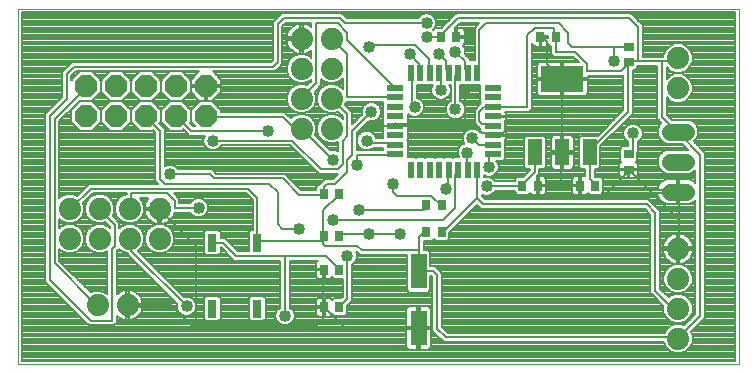
<source format=gtl>
G75*
%MOIN*%
%OFA0B0*%
%FSLAX24Y24*%
%IPPOS*%
%LPD*%
%AMOC8*
5,1,8,0,0,1.08239X$1,22.5*
%
%ADD10C,0.0000*%
%ADD11C,0.0560*%
%ADD12C,0.0740*%
%ADD13R,0.0276X0.0354*%
%ADD14R,0.0354X0.0276*%
%ADD15R,0.0580X0.0200*%
%ADD16R,0.0200X0.0580*%
%ADD17R,0.0551X0.1181*%
%ADD18R,0.0300X0.0600*%
%ADD19OC8,0.0740*%
%ADD20R,0.0480X0.0880*%
%ADD21R,0.1417X0.0866*%
%ADD22C,0.0080*%
%ADD23C,0.0400*%
D10*
X000246Y000563D02*
X000246Y012409D01*
X024266Y012409D01*
X024266Y000563D01*
X000246Y000563D01*
D11*
X021966Y006313D02*
X022526Y006313D01*
X022526Y007313D02*
X021966Y007313D01*
X021966Y008313D02*
X022526Y008313D01*
D12*
X022246Y009763D03*
X022246Y010763D03*
X010696Y010413D03*
X009696Y010413D03*
X009696Y009413D03*
X010696Y009413D03*
X010696Y008413D03*
X009696Y008413D03*
X004966Y005743D03*
X003966Y005743D03*
X002966Y005743D03*
X001966Y005743D03*
X001966Y004743D03*
X002966Y004743D03*
X003966Y004743D03*
X004966Y004743D03*
X003896Y002523D03*
X002896Y002523D03*
X009696Y011413D03*
X010696Y011413D03*
X022246Y004413D03*
X022246Y003413D03*
X022246Y002413D03*
X022246Y001413D03*
D13*
X014362Y004973D03*
X013850Y004973D03*
X013850Y005853D03*
X014362Y005853D03*
X017060Y006513D03*
X017572Y006513D03*
X018980Y006513D03*
X019492Y006513D03*
X010952Y006223D03*
X010440Y006223D03*
X010440Y004843D03*
X010952Y004843D03*
X010952Y003713D03*
X010440Y003713D03*
X010440Y002463D03*
X010952Y002463D03*
X014340Y011463D03*
X014852Y011463D03*
X017660Y011463D03*
X018172Y011463D03*
D14*
X020596Y011129D03*
X020596Y010617D03*
X020596Y007559D03*
X020596Y007047D03*
D15*
X016066Y007563D03*
X016066Y007873D03*
X016066Y008193D03*
X016066Y008503D03*
X016066Y008823D03*
X016066Y009133D03*
X016066Y009453D03*
X016066Y009763D03*
X012826Y009763D03*
X012826Y009453D03*
X012826Y009133D03*
X012826Y008823D03*
X012826Y008503D03*
X012826Y008193D03*
X012826Y007873D03*
X012826Y007563D03*
D16*
X013346Y007043D03*
X013656Y007043D03*
X013976Y007043D03*
X014286Y007043D03*
X014606Y007043D03*
X014916Y007043D03*
X015236Y007043D03*
X015546Y007043D03*
X015546Y010283D03*
X015236Y010283D03*
X014916Y010283D03*
X014606Y010283D03*
X014286Y010283D03*
X013976Y010283D03*
X013656Y010283D03*
X013346Y010283D03*
D17*
X013596Y003658D03*
X013596Y001768D03*
D18*
X008226Y002413D03*
X006726Y002413D03*
X006726Y004613D03*
X008226Y004613D03*
D19*
X006506Y008833D03*
X005506Y008833D03*
X004506Y008833D03*
X003506Y008833D03*
X002506Y008833D03*
X002506Y009833D03*
X003506Y009833D03*
X004506Y009833D03*
X005506Y009833D03*
X006506Y009833D03*
D20*
X017476Y007623D03*
X018386Y007623D03*
X019296Y007623D03*
D21*
X018386Y010063D03*
D22*
X018386Y007623D01*
X018346Y007613D01*
X018346Y006493D01*
X017626Y006493D01*
X017572Y006513D01*
X017601Y006517D02*
X018951Y006517D01*
X018951Y006542D02*
X018951Y006484D01*
X019009Y006484D01*
X019009Y006196D01*
X019136Y006196D01*
X019172Y006206D01*
X019204Y006224D01*
X019230Y006250D01*
X019245Y006276D01*
X019304Y006216D01*
X019679Y006216D01*
X019750Y006286D01*
X019750Y006740D01*
X019679Y006810D01*
X019466Y006810D01*
X019466Y007063D01*
X019586Y007063D01*
X019656Y007134D01*
X019656Y007817D01*
X020652Y008813D01*
X020746Y008907D01*
X020746Y010360D01*
X020823Y010360D01*
X020893Y010430D01*
X020893Y010493D01*
X021546Y010493D01*
X021546Y008747D01*
X021640Y008653D01*
X021690Y008603D01*
X021627Y008540D01*
X021566Y008393D01*
X021566Y008234D01*
X021627Y008087D01*
X021023Y008087D01*
X021017Y008072D02*
X021066Y008190D01*
X021066Y008317D01*
X021017Y008435D01*
X020927Y008525D01*
X020810Y008573D01*
X020682Y008573D01*
X020565Y008525D01*
X020475Y008435D01*
X020426Y008317D01*
X020426Y008190D01*
X020475Y008072D01*
X020565Y007982D01*
X020586Y007973D01*
X020586Y007817D01*
X020369Y007817D01*
X020299Y007747D01*
X020299Y007372D01*
X020359Y007312D01*
X020333Y007297D01*
X020307Y007271D01*
X020288Y007239D01*
X020279Y007204D01*
X020279Y007076D01*
X020567Y007076D01*
X020567Y007018D01*
X020625Y007018D01*
X020625Y006770D01*
X020792Y006770D01*
X020827Y006779D01*
X020859Y006798D01*
X020885Y006824D01*
X020904Y006856D01*
X020913Y006891D01*
X020913Y007018D01*
X020625Y007018D01*
X020625Y007076D01*
X020913Y007076D01*
X020913Y007204D01*
X020904Y007239D01*
X020885Y007271D01*
X020859Y007297D01*
X020833Y007312D01*
X020893Y007372D01*
X020893Y007614D01*
X020906Y007627D01*
X020906Y007973D01*
X020927Y007982D01*
X021017Y008072D01*
X020954Y008008D02*
X021705Y008008D01*
X021739Y007974D02*
X021627Y008087D01*
X021594Y008165D02*
X021056Y008165D01*
X021066Y008244D02*
X021566Y008244D01*
X021566Y008322D02*
X021064Y008322D01*
X021031Y008401D02*
X021569Y008401D01*
X021602Y008479D02*
X020972Y008479D01*
X020847Y008558D02*
X021645Y008558D01*
X021657Y008636D02*
X020475Y008636D01*
X020397Y008558D02*
X020645Y008558D01*
X020520Y008479D02*
X020318Y008479D01*
X020240Y008401D02*
X020461Y008401D01*
X020428Y008322D02*
X020161Y008322D01*
X020083Y008244D02*
X020426Y008244D01*
X020436Y008165D02*
X020004Y008165D01*
X019926Y008087D02*
X020469Y008087D01*
X020538Y008008D02*
X019847Y008008D01*
X019769Y007930D02*
X020586Y007930D01*
X020586Y007851D02*
X019690Y007851D01*
X019656Y007773D02*
X020325Y007773D01*
X020299Y007694D02*
X019656Y007694D01*
X019656Y007616D02*
X020299Y007616D01*
X020299Y007537D02*
X019656Y007537D01*
X019656Y007459D02*
X020299Y007459D01*
X020299Y007380D02*
X019656Y007380D01*
X019656Y007302D02*
X020341Y007302D01*
X020284Y007223D02*
X019656Y007223D01*
X019656Y007145D02*
X020279Y007145D01*
X020279Y007018D02*
X020279Y006891D01*
X020288Y006856D01*
X020307Y006824D01*
X020333Y006798D01*
X020365Y006779D01*
X020400Y006770D01*
X020567Y006770D01*
X020567Y007018D01*
X020279Y007018D01*
X020279Y006988D02*
X019466Y006988D01*
X019466Y006909D02*
X020279Y006909D01*
X020303Y006831D02*
X019466Y006831D01*
X019306Y006733D02*
X019306Y007613D01*
X019296Y007623D01*
X019306Y007693D01*
X020586Y008973D01*
X020586Y010573D01*
X020596Y010617D01*
X020666Y010653D01*
X020906Y010653D01*
X020906Y011803D01*
X020616Y012093D01*
X014906Y012093D01*
X014346Y011533D01*
X014340Y011463D01*
X014266Y011453D01*
X013866Y011453D01*
X014082Y011689D02*
X014079Y011693D01*
X014137Y011752D01*
X014186Y011870D01*
X014186Y011997D01*
X014137Y012115D01*
X014047Y012205D01*
X013930Y012253D01*
X013802Y012253D01*
X013685Y012205D01*
X013595Y012115D01*
X013586Y012093D01*
X011212Y012093D01*
X011052Y012253D01*
X009030Y012253D01*
X008936Y012160D01*
X008736Y011960D01*
X008736Y010700D01*
X008680Y010643D01*
X002040Y010643D01*
X001706Y010310D01*
X001706Y009470D01*
X001146Y008910D01*
X001146Y003307D01*
X001240Y003213D01*
X002506Y001947D01*
X002600Y001853D01*
X003452Y001853D01*
X003546Y001947D01*
X003546Y002152D01*
X003564Y002134D01*
X003629Y002087D01*
X003700Y002051D01*
X003777Y002026D01*
X003856Y002013D01*
X003856Y002483D01*
X003936Y002483D01*
X003936Y002013D01*
X003936Y002013D01*
X004015Y002026D01*
X004092Y002051D01*
X004163Y002087D01*
X004228Y002134D01*
X004285Y002191D01*
X004332Y002256D01*
X004369Y002327D01*
X004393Y002404D01*
X004406Y002483D01*
X004406Y002483D01*
X003936Y002483D01*
X003936Y002563D01*
X004406Y002563D01*
X004406Y002563D01*
X004393Y002643D01*
X004369Y002719D01*
X004332Y002791D01*
X004285Y002855D01*
X004228Y002912D01*
X004163Y002959D01*
X004092Y002996D01*
X004015Y003021D01*
X003936Y003033D01*
X003936Y002563D01*
X003856Y002563D01*
X003856Y003033D01*
X003856Y003033D01*
X003777Y003021D01*
X003700Y002996D01*
X003629Y002959D01*
X003564Y002912D01*
X003546Y002894D01*
X003546Y004347D01*
X003608Y004409D01*
X003688Y004328D01*
X003869Y004253D01*
X003880Y004253D01*
X003960Y004173D01*
X005555Y002578D01*
X005546Y002557D01*
X005546Y002430D01*
X005595Y002312D01*
X005685Y002222D01*
X005802Y002173D01*
X005930Y002173D01*
X006047Y002222D01*
X006137Y002312D01*
X006186Y002430D01*
X006186Y002557D01*
X006137Y002675D01*
X006047Y002765D01*
X005930Y002813D01*
X005802Y002813D01*
X005781Y002804D01*
X004251Y004335D01*
X004381Y004466D01*
X004456Y004646D01*
X004456Y004841D01*
X004381Y005021D01*
X004244Y005159D01*
X004063Y005233D01*
X003869Y005233D01*
X003688Y005159D01*
X003626Y005096D01*
X003626Y005280D01*
X003399Y005507D01*
X003456Y005646D01*
X003456Y005841D01*
X003381Y006021D01*
X003244Y006159D01*
X003063Y006233D01*
X002869Y006233D01*
X002688Y006159D01*
X002551Y006021D01*
X002476Y005841D01*
X002476Y005646D01*
X002551Y005466D01*
X002688Y005328D01*
X002869Y005253D01*
X003063Y005253D01*
X003160Y005293D01*
X003306Y005147D01*
X003306Y005096D01*
X003244Y005159D01*
X003063Y005233D01*
X002869Y005233D01*
X002688Y005159D01*
X002551Y005021D01*
X002476Y004841D01*
X002476Y004646D01*
X002551Y004466D01*
X002688Y004328D01*
X002869Y004253D01*
X003063Y004253D01*
X003226Y004321D01*
X003226Y002886D01*
X003174Y002939D01*
X002993Y003013D01*
X002799Y003013D01*
X002667Y002959D01*
X001626Y004000D01*
X001626Y004390D01*
X001688Y004328D01*
X001869Y004253D01*
X002063Y004253D01*
X002244Y004328D01*
X002381Y004466D01*
X002456Y004646D01*
X002456Y004841D01*
X002381Y005021D01*
X002244Y005159D01*
X002063Y005233D01*
X001869Y005233D01*
X001688Y005159D01*
X001626Y005096D01*
X001626Y005390D01*
X001688Y005328D01*
X001869Y005253D01*
X002063Y005253D01*
X002244Y005328D01*
X002381Y005466D01*
X002456Y005646D01*
X002456Y005841D01*
X002416Y005937D01*
X002732Y006253D01*
X003866Y006253D01*
X003866Y006232D01*
X003688Y006159D01*
X003551Y006021D01*
X003476Y005841D01*
X003476Y005646D01*
X003551Y005466D01*
X003688Y005328D01*
X003869Y005253D01*
X004063Y005253D01*
X004244Y005328D01*
X004381Y005466D01*
X004456Y005646D01*
X004456Y005841D01*
X004381Y006021D01*
X004309Y006093D01*
X004595Y006093D01*
X004577Y006075D01*
X004530Y006011D01*
X004493Y005939D01*
X004469Y005863D01*
X004456Y005783D01*
X004926Y005783D01*
X004926Y005703D01*
X005006Y005703D01*
X005006Y005233D01*
X005006Y005233D01*
X005085Y005246D01*
X005162Y005271D01*
X005233Y005307D01*
X005298Y005354D01*
X005355Y005411D01*
X005402Y005476D01*
X005439Y005547D01*
X005460Y005613D01*
X005986Y005613D01*
X005995Y005592D01*
X006085Y005502D01*
X006202Y005453D01*
X006330Y005453D01*
X006447Y005502D01*
X006537Y005592D01*
X006586Y005710D01*
X006586Y005837D01*
X006537Y005955D01*
X006447Y006045D01*
X006330Y006093D01*
X006202Y006093D01*
X006085Y006045D01*
X005995Y005955D01*
X005986Y005933D01*
X005626Y005933D01*
X005626Y006080D01*
X005452Y006253D01*
X007860Y006253D01*
X008066Y006047D01*
X008066Y005033D01*
X008026Y005033D01*
X007956Y004963D01*
X007956Y004333D01*
X007592Y004333D01*
X007246Y004680D01*
X007152Y004773D01*
X006996Y004773D01*
X006996Y004963D01*
X006926Y005033D01*
X006526Y005033D01*
X006456Y004963D01*
X006456Y004264D01*
X006526Y004193D01*
X006926Y004193D01*
X006996Y004264D01*
X006996Y004453D01*
X007020Y004453D01*
X007460Y004013D01*
X008986Y004013D01*
X008986Y002453D01*
X008965Y002445D01*
X008875Y002355D01*
X008826Y002237D01*
X008826Y002110D01*
X008875Y001992D01*
X008965Y001902D01*
X009082Y001853D01*
X009210Y001853D01*
X009327Y001902D01*
X009417Y001992D01*
X009466Y002110D01*
X009466Y002237D01*
X009417Y002355D01*
X009327Y002445D01*
X009306Y002453D01*
X009306Y004013D01*
X010235Y004013D01*
X010216Y004002D01*
X010190Y003976D01*
X010172Y003944D01*
X010162Y003909D01*
X010162Y003742D01*
X010411Y003742D01*
X010411Y003684D01*
X010469Y003684D01*
X010469Y003396D01*
X010596Y003396D01*
X010632Y003406D01*
X010664Y003424D01*
X010690Y003450D01*
X010705Y003476D01*
X010764Y003416D01*
X011066Y003416D01*
X011066Y002800D01*
X011027Y002760D01*
X010764Y002760D01*
X010705Y002701D01*
X010690Y002726D01*
X010664Y002752D01*
X010632Y002771D01*
X010596Y002780D01*
X010469Y002780D01*
X010469Y002492D01*
X010411Y002492D01*
X010411Y002434D01*
X010469Y002434D01*
X010469Y002146D01*
X010596Y002146D01*
X010632Y002156D01*
X010664Y002174D01*
X010690Y002200D01*
X010705Y002226D01*
X010764Y002166D01*
X011139Y002166D01*
X011210Y002236D01*
X011210Y002491D01*
X011292Y002573D01*
X011386Y002667D01*
X011386Y003893D01*
X011407Y003902D01*
X011497Y003992D01*
X011546Y004110D01*
X011546Y004237D01*
X011518Y004305D01*
X011536Y004287D01*
X011536Y004287D01*
X011630Y004193D01*
X013200Y004193D01*
X013200Y003018D01*
X013271Y002948D01*
X013921Y002948D01*
X013992Y003018D01*
X013992Y003503D01*
X014010Y003503D01*
X014056Y003457D01*
X014056Y001667D01*
X014150Y001573D01*
X014430Y001293D01*
X021765Y001293D01*
X021831Y001136D01*
X021968Y000998D01*
X022149Y000923D01*
X022343Y000923D01*
X022524Y000998D01*
X022661Y001136D01*
X022736Y001316D01*
X022736Y001511D01*
X022681Y001642D01*
X023052Y002013D01*
X023146Y002107D01*
X023146Y007600D01*
X022762Y007984D01*
X022865Y008087D01*
X024146Y008087D01*
X024146Y008165D02*
X022898Y008165D01*
X022926Y008234D02*
X022926Y008393D01*
X022865Y008540D01*
X022753Y008652D01*
X022606Y008713D01*
X022032Y008713D01*
X021866Y008880D01*
X021866Y009450D01*
X021968Y009348D01*
X022149Y009273D01*
X022343Y009273D01*
X022524Y009348D01*
X022661Y009486D01*
X022736Y009666D01*
X022736Y009861D01*
X022661Y010041D01*
X022524Y010179D01*
X022343Y010253D01*
X022149Y010253D01*
X021968Y010179D01*
X021866Y010076D01*
X021866Y010450D01*
X021968Y010348D01*
X022149Y010273D01*
X022343Y010273D01*
X022524Y010348D01*
X022661Y010486D01*
X022736Y010666D01*
X022736Y010861D01*
X022661Y011041D01*
X022524Y011179D01*
X022343Y011253D01*
X022149Y011253D01*
X021968Y011179D01*
X021831Y011041D01*
X021756Y010861D01*
X021756Y010813D01*
X021066Y010813D01*
X021066Y011870D01*
X020972Y011963D01*
X020682Y012253D01*
X014840Y012253D01*
X014746Y012160D01*
X014746Y012160D01*
X014347Y011760D01*
X014153Y011760D01*
X014082Y011690D01*
X014082Y011689D01*
X014083Y011698D02*
X014090Y011698D01*
X014147Y011776D02*
X014363Y011776D01*
X014441Y011855D02*
X014180Y011855D01*
X014186Y011933D02*
X014520Y011933D01*
X014598Y012012D02*
X014180Y012012D01*
X014147Y012090D02*
X014677Y012090D01*
X014755Y012169D02*
X014083Y012169D01*
X013944Y012247D02*
X014834Y012247D01*
X014972Y011933D02*
X015620Y011933D01*
X015466Y011780D01*
X015466Y010693D01*
X015396Y010693D01*
X015391Y010688D01*
X015386Y010693D01*
X015306Y010693D01*
X015306Y010720D01*
X015137Y010888D01*
X015146Y010910D01*
X015146Y011037D01*
X015097Y011155D01*
X015077Y011175D01*
X015102Y011200D01*
X015120Y011232D01*
X015130Y011268D01*
X015130Y011434D01*
X014881Y011434D01*
X014881Y011492D01*
X015130Y011492D01*
X015130Y011659D01*
X015120Y011694D01*
X015102Y011726D01*
X015076Y011752D01*
X015044Y011771D01*
X015008Y011780D01*
X014881Y011780D01*
X014881Y011492D01*
X014823Y011492D01*
X014823Y011780D01*
X014819Y011780D01*
X014972Y011933D01*
X014894Y011855D02*
X015541Y011855D01*
X015466Y011776D02*
X015023Y011776D01*
X015118Y011698D02*
X015466Y011698D01*
X015466Y011619D02*
X015130Y011619D01*
X015130Y011541D02*
X015466Y011541D01*
X015466Y011462D02*
X014881Y011462D01*
X014906Y011453D02*
X014852Y011463D01*
X014906Y011453D02*
X015306Y011453D01*
X015466Y011384D02*
X015130Y011384D01*
X015130Y011305D02*
X015466Y011305D01*
X015466Y011227D02*
X015117Y011227D01*
X015100Y011148D02*
X015466Y011148D01*
X015466Y011070D02*
X015132Y011070D01*
X015146Y010991D02*
X015466Y010991D01*
X015466Y010913D02*
X015146Y010913D01*
X015191Y010834D02*
X015466Y010834D01*
X015466Y010756D02*
X015270Y010756D01*
X015146Y010653D02*
X014826Y010973D01*
X014506Y010653D02*
X014266Y010893D01*
X013946Y010733D02*
X013466Y011213D01*
X011946Y011213D01*
X011946Y011133D01*
X011226Y010893D02*
X010746Y011373D01*
X010696Y011413D01*
X011226Y011373D02*
X011226Y011613D01*
X010906Y011933D01*
X010186Y011933D01*
X010186Y009933D01*
X009706Y009453D01*
X009696Y009413D01*
X010186Y009421D02*
X010206Y009421D01*
X010206Y009343D02*
X010186Y009343D01*
X010186Y009316D02*
X010186Y009511D01*
X010129Y009649D01*
X010346Y009867D01*
X010346Y010070D01*
X010418Y009998D01*
X010599Y009923D01*
X010793Y009923D01*
X010974Y009998D01*
X011066Y010090D01*
X011066Y009736D01*
X010974Y009829D01*
X010793Y009903D01*
X010599Y009903D01*
X010418Y009829D01*
X010281Y009691D01*
X010206Y009511D01*
X010206Y009316D01*
X010281Y009136D01*
X010418Y008998D01*
X010599Y008923D01*
X010793Y008923D01*
X010918Y008975D01*
X011066Y008827D01*
X011066Y008736D01*
X010974Y008829D01*
X010793Y008903D01*
X010599Y008903D01*
X010418Y008829D01*
X010281Y008691D01*
X010206Y008511D01*
X010206Y008316D01*
X010281Y008136D01*
X010418Y007998D01*
X010599Y007923D01*
X010793Y007923D01*
X010906Y007970D01*
X010906Y007653D01*
X010810Y007693D01*
X010682Y007693D01*
X010661Y007684D01*
X010140Y008205D01*
X010186Y008316D01*
X010186Y008511D01*
X010111Y008691D01*
X009974Y008829D01*
X009793Y008903D01*
X009599Y008903D01*
X009418Y008829D01*
X009348Y008758D01*
X009226Y008880D01*
X009132Y008973D01*
X006996Y008973D01*
X006996Y009036D01*
X006709Y009323D01*
X006303Y009323D01*
X006016Y009036D01*
X006016Y008630D01*
X006153Y008493D01*
X006092Y008493D01*
X005976Y008610D01*
X005996Y008630D01*
X005996Y009036D01*
X005709Y009323D01*
X005303Y009323D01*
X005016Y009036D01*
X005016Y008630D01*
X005303Y008343D01*
X005709Y008343D01*
X005749Y008384D01*
X005866Y008267D01*
X005960Y008173D01*
X006466Y008173D01*
X006426Y008077D01*
X006426Y007950D01*
X006475Y007832D01*
X006565Y007742D01*
X006682Y007693D01*
X006810Y007693D01*
X006927Y007742D01*
X007017Y007832D01*
X007026Y007853D01*
X009320Y007853D01*
X010186Y006987D01*
X010186Y006987D01*
X010280Y006893D01*
X010920Y006893D01*
X010760Y006733D01*
X010470Y006733D01*
X010370Y006633D01*
X010276Y006540D01*
X010276Y006520D01*
X010253Y006520D01*
X010182Y006450D01*
X010182Y006373D01*
X009672Y006373D01*
X009132Y006913D01*
X006852Y006913D01*
X006712Y007053D01*
X005586Y007053D01*
X005577Y007075D01*
X005487Y007165D01*
X005370Y007213D01*
X005242Y007213D01*
X005146Y007173D01*
X005146Y008400D01*
X005052Y008493D01*
X004956Y008590D01*
X004996Y008630D01*
X004996Y009036D01*
X004709Y009323D01*
X004303Y009323D01*
X004016Y009036D01*
X004016Y008630D01*
X004303Y008343D01*
X004709Y008343D01*
X004729Y008364D01*
X004826Y008267D01*
X004826Y006667D01*
X004920Y006573D01*
X002600Y006573D01*
X002202Y006176D01*
X002063Y006233D01*
X001869Y006233D01*
X001688Y006159D01*
X001626Y006096D01*
X001626Y008667D01*
X002303Y009344D01*
X002303Y009343D01*
X002709Y009343D01*
X002996Y009630D01*
X002996Y010036D01*
X002709Y010323D01*
X002303Y010323D01*
X002026Y010046D01*
X002026Y010177D01*
X002172Y010323D01*
X006275Y010323D01*
X005996Y010044D01*
X005996Y009873D01*
X006466Y009873D01*
X006466Y009793D01*
X006546Y009793D01*
X006546Y009323D01*
X006717Y009323D01*
X007016Y009622D01*
X007016Y009793D01*
X006546Y009793D01*
X006546Y009873D01*
X007016Y009873D01*
X007016Y010044D01*
X006737Y010323D01*
X008812Y010323D01*
X008962Y010473D01*
X008962Y010473D01*
X009056Y010567D01*
X009056Y011827D01*
X009162Y011933D01*
X010026Y011933D01*
X010026Y011804D01*
X009963Y011849D01*
X009892Y011886D01*
X009815Y011911D01*
X009736Y011923D01*
X009736Y011453D01*
X009656Y011453D01*
X009656Y011373D01*
X009736Y011373D01*
X009736Y010903D01*
X009736Y010903D01*
X009815Y010916D01*
X009892Y010941D01*
X009963Y010977D01*
X010026Y011023D01*
X010026Y010776D01*
X009974Y010829D01*
X009793Y010903D01*
X009599Y010903D01*
X009418Y010829D01*
X009281Y010691D01*
X009206Y010511D01*
X009206Y010316D01*
X009281Y010136D01*
X009418Y009998D01*
X009599Y009923D01*
X009793Y009923D01*
X009974Y009998D01*
X010026Y010050D01*
X010026Y010000D01*
X009890Y009863D01*
X009793Y009903D01*
X009599Y009903D01*
X009418Y009829D01*
X009281Y009691D01*
X009206Y009511D01*
X009206Y009316D01*
X009281Y009136D01*
X009418Y008998D01*
X009599Y008923D01*
X009793Y008923D01*
X009974Y008998D01*
X010111Y009136D01*
X010186Y009316D01*
X010165Y009264D02*
X010227Y009264D01*
X010260Y009186D02*
X010132Y009186D01*
X010083Y009107D02*
X010309Y009107D01*
X010387Y009029D02*
X010005Y009029D01*
X009859Y008950D02*
X010533Y008950D01*
X010523Y008872D02*
X009869Y008872D01*
X010009Y008793D02*
X010383Y008793D01*
X010305Y008715D02*
X010087Y008715D01*
X010134Y008636D02*
X010258Y008636D01*
X010226Y008558D02*
X010166Y008558D01*
X010186Y008479D02*
X010206Y008479D01*
X010206Y008401D02*
X010186Y008401D01*
X010186Y008322D02*
X010206Y008322D01*
X010236Y008244D02*
X010156Y008244D01*
X010180Y008165D02*
X010268Y008165D01*
X010259Y008087D02*
X010329Y008087D01*
X010337Y008008D02*
X010408Y008008D01*
X010416Y007930D02*
X010583Y007930D01*
X010494Y007851D02*
X010906Y007851D01*
X010906Y007773D02*
X010573Y007773D01*
X010651Y007694D02*
X010906Y007694D01*
X010906Y007930D02*
X010809Y007930D01*
X011066Y008013D02*
X011066Y007223D01*
X010896Y007053D01*
X010346Y007053D01*
X009386Y008013D01*
X006746Y008013D01*
X006426Y008008D02*
X005146Y008008D01*
X005146Y007930D02*
X006434Y007930D01*
X006467Y007851D02*
X005146Y007851D01*
X005146Y007773D02*
X006534Y007773D01*
X006680Y007694D02*
X005146Y007694D01*
X005146Y007616D02*
X009557Y007616D01*
X009479Y007694D02*
X006812Y007694D01*
X006958Y007773D02*
X009400Y007773D01*
X009322Y007851D02*
X007025Y007851D01*
X006430Y008087D02*
X005146Y008087D01*
X005146Y008165D02*
X006463Y008165D01*
X006026Y008333D02*
X008586Y008333D01*
X009066Y008813D02*
X009466Y008413D01*
X009696Y008413D01*
X009706Y008413D01*
X010746Y007373D01*
X011226Y007373D02*
X011226Y006973D01*
X010826Y006573D01*
X010536Y006573D01*
X010436Y006473D01*
X010436Y006227D01*
X010440Y006223D01*
X010430Y006213D01*
X009606Y006213D01*
X009066Y006753D01*
X006786Y006753D01*
X006646Y006893D01*
X005306Y006893D01*
X005146Y006573D02*
X004986Y006733D01*
X004986Y008333D01*
X004506Y008813D01*
X004506Y008833D01*
X004996Y008872D02*
X005016Y008872D01*
X005016Y008950D02*
X004996Y008950D01*
X004996Y009029D02*
X005016Y009029D01*
X005087Y009107D02*
X004925Y009107D01*
X004846Y009186D02*
X005166Y009186D01*
X005244Y009264D02*
X004768Y009264D01*
X004709Y009343D02*
X004996Y009630D01*
X004996Y010036D01*
X004709Y010323D01*
X004303Y010323D01*
X004016Y010036D01*
X004016Y009630D01*
X004303Y009343D01*
X004709Y009343D01*
X004787Y009421D02*
X005225Y009421D01*
X005303Y009343D02*
X005016Y009630D01*
X005016Y010036D01*
X005303Y010323D01*
X005709Y010323D01*
X005996Y010036D01*
X005996Y009630D01*
X005709Y009343D01*
X005303Y009343D01*
X005146Y009500D02*
X004866Y009500D01*
X004944Y009578D02*
X005068Y009578D01*
X005016Y009657D02*
X004996Y009657D01*
X004996Y009735D02*
X005016Y009735D01*
X005016Y009814D02*
X004996Y009814D01*
X004996Y009892D02*
X005016Y009892D01*
X005016Y009971D02*
X004996Y009971D01*
X004983Y010049D02*
X005029Y010049D01*
X005108Y010128D02*
X004904Y010128D01*
X004826Y010206D02*
X005186Y010206D01*
X005265Y010285D02*
X004747Y010285D01*
X004265Y010285D02*
X003747Y010285D01*
X003709Y010323D02*
X003303Y010323D01*
X003016Y010036D01*
X003016Y009630D01*
X003303Y009343D01*
X003709Y009343D01*
X003996Y009630D01*
X003996Y010036D01*
X003709Y010323D01*
X003826Y010206D02*
X004186Y010206D01*
X004108Y010128D02*
X003904Y010128D01*
X003983Y010049D02*
X004029Y010049D01*
X004016Y009971D02*
X003996Y009971D01*
X003996Y009892D02*
X004016Y009892D01*
X004016Y009814D02*
X003996Y009814D01*
X003996Y009735D02*
X004016Y009735D01*
X004016Y009657D02*
X003996Y009657D01*
X003944Y009578D02*
X004068Y009578D01*
X004146Y009500D02*
X003866Y009500D01*
X003787Y009421D02*
X004225Y009421D01*
X004244Y009264D02*
X003768Y009264D01*
X003709Y009323D02*
X003303Y009323D01*
X003016Y009036D01*
X003016Y008630D01*
X003303Y008343D01*
X003709Y008343D01*
X003996Y008630D01*
X003996Y009036D01*
X003709Y009323D01*
X003846Y009186D02*
X004166Y009186D01*
X004087Y009107D02*
X003925Y009107D01*
X003996Y009029D02*
X004016Y009029D01*
X004016Y008950D02*
X003996Y008950D01*
X003996Y008872D02*
X004016Y008872D01*
X004016Y008793D02*
X003996Y008793D01*
X003996Y008715D02*
X004016Y008715D01*
X004016Y008636D02*
X003996Y008636D01*
X003924Y008558D02*
X004088Y008558D01*
X004167Y008479D02*
X003845Y008479D01*
X003767Y008401D02*
X004245Y008401D01*
X004771Y008322D02*
X001626Y008322D01*
X001626Y008244D02*
X004826Y008244D01*
X004826Y008165D02*
X001626Y008165D01*
X001626Y008087D02*
X004826Y008087D01*
X004826Y008008D02*
X001626Y008008D01*
X001626Y007930D02*
X004826Y007930D01*
X004826Y007851D02*
X001626Y007851D01*
X001626Y007773D02*
X004826Y007773D01*
X004826Y007694D02*
X001626Y007694D01*
X001626Y007616D02*
X004826Y007616D01*
X004826Y007537D02*
X001626Y007537D01*
X001626Y007459D02*
X004826Y007459D01*
X004826Y007380D02*
X001626Y007380D01*
X001626Y007302D02*
X004826Y007302D01*
X004826Y007223D02*
X001626Y007223D01*
X001626Y007145D02*
X004826Y007145D01*
X004826Y007066D02*
X001626Y007066D01*
X001626Y006988D02*
X004826Y006988D01*
X004826Y006909D02*
X001626Y006909D01*
X001626Y006831D02*
X004826Y006831D01*
X004826Y006752D02*
X001626Y006752D01*
X001626Y006674D02*
X004826Y006674D01*
X004898Y006595D02*
X001626Y006595D01*
X001626Y006517D02*
X002543Y006517D01*
X002465Y006438D02*
X001626Y006438D01*
X001626Y006360D02*
X002386Y006360D01*
X002308Y006281D02*
X001626Y006281D01*
X001626Y006203D02*
X001795Y006203D01*
X001654Y006124D02*
X001626Y006124D01*
X001146Y006124D02*
X000366Y006124D01*
X000366Y006046D02*
X001146Y006046D01*
X001146Y005967D02*
X000366Y005967D01*
X000366Y005889D02*
X001146Y005889D01*
X001146Y005810D02*
X000366Y005810D01*
X000366Y005732D02*
X001146Y005732D01*
X001146Y005653D02*
X000366Y005653D01*
X000366Y005575D02*
X001146Y005575D01*
X001146Y005496D02*
X000366Y005496D01*
X000366Y005418D02*
X001146Y005418D01*
X001146Y005339D02*
X000366Y005339D01*
X000366Y005261D02*
X001146Y005261D01*
X001146Y005182D02*
X000366Y005182D01*
X000366Y005104D02*
X001146Y005104D01*
X001146Y005025D02*
X000366Y005025D01*
X000366Y004947D02*
X001146Y004947D01*
X001146Y004868D02*
X000366Y004868D01*
X000366Y004790D02*
X001146Y004790D01*
X001146Y004711D02*
X000366Y004711D01*
X000366Y004633D02*
X001146Y004633D01*
X001146Y004554D02*
X000366Y004554D01*
X000366Y004476D02*
X001146Y004476D01*
X001146Y004397D02*
X000366Y004397D01*
X000366Y004319D02*
X001146Y004319D01*
X001146Y004240D02*
X000366Y004240D01*
X000366Y004162D02*
X001146Y004162D01*
X001146Y004083D02*
X000366Y004083D01*
X000366Y004005D02*
X001146Y004005D01*
X001146Y003926D02*
X000366Y003926D01*
X000366Y003848D02*
X001146Y003848D01*
X001146Y003769D02*
X000366Y003769D01*
X000366Y003691D02*
X001146Y003691D01*
X001146Y003612D02*
X000366Y003612D01*
X000366Y003534D02*
X001146Y003534D01*
X001146Y003455D02*
X000366Y003455D01*
X000366Y003377D02*
X001146Y003377D01*
X001155Y003298D02*
X000366Y003298D01*
X000366Y003220D02*
X001233Y003220D01*
X001240Y003213D02*
X001240Y003213D01*
X001312Y003141D02*
X000366Y003141D01*
X000366Y003063D02*
X001390Y003063D01*
X001469Y002984D02*
X000366Y002984D01*
X000366Y002906D02*
X001547Y002906D01*
X001626Y002827D02*
X000366Y002827D01*
X000366Y002749D02*
X001704Y002749D01*
X001783Y002670D02*
X000366Y002670D01*
X000366Y002592D02*
X001861Y002592D01*
X001940Y002513D02*
X000366Y002513D01*
X000366Y002435D02*
X002018Y002435D01*
X002097Y002356D02*
X000366Y002356D01*
X000366Y002278D02*
X002175Y002278D01*
X002254Y002199D02*
X000366Y002199D01*
X000366Y002121D02*
X002332Y002121D01*
X002411Y002042D02*
X000366Y002042D01*
X000366Y001964D02*
X002489Y001964D01*
X002568Y001885D02*
X000366Y001885D01*
X000366Y001807D02*
X013556Y001807D01*
X013556Y001808D02*
X013556Y001728D01*
X013636Y001728D01*
X013636Y001038D01*
X013890Y001038D01*
X013926Y001047D01*
X013958Y001066D01*
X013984Y001092D01*
X014002Y001124D01*
X014012Y001159D01*
X014012Y001728D01*
X014056Y001728D01*
X014012Y001728D02*
X013636Y001728D01*
X013556Y001728D01*
X013556Y001038D01*
X013302Y001038D01*
X013266Y001047D01*
X013234Y001066D01*
X013208Y001092D01*
X013190Y001124D01*
X013180Y001159D01*
X013180Y001728D01*
X000366Y001728D01*
X000366Y001650D02*
X013180Y001650D01*
X013180Y001728D02*
X013556Y001728D01*
X013546Y001773D02*
X013596Y001768D01*
X013546Y001773D02*
X011146Y001773D01*
X010506Y002413D01*
X010440Y002463D01*
X010416Y002439D01*
X010416Y002063D01*
X010206Y001853D01*
X006186Y001853D01*
X006186Y004493D01*
X004986Y005693D01*
X004966Y005743D01*
X004926Y005732D02*
X004456Y005732D01*
X004456Y005703D02*
X004456Y005703D01*
X004469Y005624D01*
X004493Y005547D01*
X004530Y005476D01*
X004577Y005411D01*
X004634Y005354D01*
X004699Y005307D01*
X004770Y005271D01*
X004847Y005246D01*
X004926Y005233D01*
X004926Y005703D01*
X004456Y005703D01*
X004456Y005653D02*
X004464Y005653D01*
X004484Y005575D02*
X004427Y005575D01*
X004394Y005496D02*
X004519Y005496D01*
X004572Y005418D02*
X004334Y005418D01*
X004255Y005339D02*
X004654Y005339D01*
X004800Y005261D02*
X004082Y005261D01*
X004186Y005182D02*
X004746Y005182D01*
X004688Y005159D02*
X004551Y005021D01*
X004476Y004841D01*
X004476Y004646D01*
X004551Y004466D01*
X004688Y004328D01*
X004869Y004253D01*
X005063Y004253D01*
X005244Y004328D01*
X005381Y004466D01*
X005456Y004646D01*
X005456Y004841D01*
X005381Y005021D01*
X005244Y005159D01*
X005063Y005233D01*
X004869Y005233D01*
X004688Y005159D01*
X004634Y005104D02*
X004298Y005104D01*
X004377Y005025D02*
X004555Y005025D01*
X004520Y004947D02*
X004412Y004947D01*
X004445Y004868D02*
X004487Y004868D01*
X004476Y004790D02*
X004456Y004790D01*
X004456Y004711D02*
X004476Y004711D01*
X004481Y004633D02*
X004451Y004633D01*
X004418Y004554D02*
X004514Y004554D01*
X004546Y004476D02*
X004386Y004476D01*
X004313Y004397D02*
X004619Y004397D01*
X004710Y004319D02*
X004267Y004319D01*
X004345Y004240D02*
X006479Y004240D01*
X006456Y004319D02*
X005222Y004319D01*
X005313Y004397D02*
X006456Y004397D01*
X006456Y004476D02*
X005386Y004476D01*
X005418Y004554D02*
X006456Y004554D01*
X006456Y004633D02*
X005451Y004633D01*
X005456Y004711D02*
X006456Y004711D01*
X006456Y004790D02*
X005456Y004790D01*
X005445Y004868D02*
X006456Y004868D01*
X006456Y004947D02*
X005412Y004947D01*
X005377Y005025D02*
X006518Y005025D01*
X006934Y005025D02*
X008018Y005025D01*
X008066Y005104D02*
X005298Y005104D01*
X005186Y005182D02*
X008066Y005182D01*
X008066Y005261D02*
X005132Y005261D01*
X005006Y005261D02*
X004926Y005261D01*
X004926Y005233D02*
X004926Y005233D01*
X004926Y005339D02*
X005006Y005339D01*
X005006Y005418D02*
X004926Y005418D01*
X004926Y005496D02*
X005006Y005496D01*
X005006Y005575D02*
X004926Y005575D01*
X004926Y005653D02*
X005006Y005653D01*
X005360Y005418D02*
X008066Y005418D01*
X008066Y005496D02*
X006434Y005496D01*
X006520Y005575D02*
X008066Y005575D01*
X008066Y005653D02*
X006563Y005653D01*
X006586Y005732D02*
X008066Y005732D01*
X008066Y005810D02*
X006586Y005810D01*
X006564Y005889D02*
X008066Y005889D01*
X008066Y005967D02*
X006524Y005967D01*
X006444Y006046D02*
X008066Y006046D01*
X007989Y006124D02*
X005581Y006124D01*
X005626Y006046D02*
X006088Y006046D01*
X006008Y005967D02*
X005626Y005967D01*
X005466Y006013D02*
X005226Y006253D01*
X004026Y006253D01*
X004026Y005773D01*
X003966Y005743D01*
X003476Y005732D02*
X003456Y005732D01*
X003456Y005810D02*
X003476Y005810D01*
X003496Y005889D02*
X003436Y005889D01*
X003404Y005967D02*
X003528Y005967D01*
X003576Y006046D02*
X003356Y006046D01*
X003278Y006124D02*
X003654Y006124D01*
X003795Y006203D02*
X003137Y006203D01*
X002795Y006203D02*
X002682Y006203D01*
X002654Y006124D02*
X002603Y006124D01*
X002576Y006046D02*
X002525Y006046D01*
X002528Y005967D02*
X002446Y005967D01*
X002436Y005889D02*
X002496Y005889D01*
X002476Y005810D02*
X002456Y005810D01*
X002456Y005732D02*
X002476Y005732D01*
X002476Y005653D02*
X002456Y005653D01*
X002427Y005575D02*
X002505Y005575D01*
X002538Y005496D02*
X002394Y005496D01*
X002334Y005418D02*
X002598Y005418D01*
X002677Y005339D02*
X002255Y005339D01*
X002186Y005182D02*
X002746Y005182D01*
X002850Y005261D02*
X002082Y005261D01*
X001850Y005261D02*
X001626Y005261D01*
X001626Y005339D02*
X001677Y005339D01*
X001626Y005182D02*
X001746Y005182D01*
X001634Y005104D02*
X001626Y005104D01*
X002298Y005104D02*
X002634Y005104D01*
X002555Y005025D02*
X002377Y005025D01*
X002412Y004947D02*
X002520Y004947D01*
X002487Y004868D02*
X002445Y004868D01*
X002456Y004790D02*
X002476Y004790D01*
X002476Y004711D02*
X002456Y004711D01*
X002451Y004633D02*
X002481Y004633D01*
X002514Y004554D02*
X002418Y004554D01*
X002386Y004476D02*
X002546Y004476D01*
X002619Y004397D02*
X002313Y004397D01*
X002222Y004319D02*
X002710Y004319D01*
X003222Y004319D02*
X003226Y004319D01*
X003226Y004240D02*
X001626Y004240D01*
X001626Y004162D02*
X003226Y004162D01*
X003226Y004083D02*
X001626Y004083D01*
X001626Y004005D02*
X003226Y004005D01*
X003226Y003926D02*
X001699Y003926D01*
X001778Y003848D02*
X003226Y003848D01*
X003226Y003769D02*
X001856Y003769D01*
X001935Y003691D02*
X003226Y003691D01*
X003226Y003612D02*
X002013Y003612D01*
X002092Y003534D02*
X003226Y003534D01*
X003226Y003455D02*
X002170Y003455D01*
X002249Y003377D02*
X003226Y003377D01*
X003226Y003298D02*
X002327Y003298D01*
X002406Y003220D02*
X003226Y003220D01*
X003226Y003141D02*
X002484Y003141D01*
X002563Y003063D02*
X003226Y003063D01*
X003226Y002984D02*
X003063Y002984D01*
X003206Y002906D02*
X003226Y002906D01*
X003546Y002906D02*
X003557Y002906D01*
X003546Y002984D02*
X003677Y002984D01*
X003546Y003063D02*
X005070Y003063D01*
X004992Y003141D02*
X003546Y003141D01*
X003546Y003220D02*
X004913Y003220D01*
X004835Y003298D02*
X003546Y003298D01*
X003546Y003377D02*
X004756Y003377D01*
X004678Y003455D02*
X003546Y003455D01*
X003546Y003534D02*
X004599Y003534D01*
X004521Y003612D02*
X003546Y003612D01*
X003546Y003691D02*
X004442Y003691D01*
X004364Y003769D02*
X003546Y003769D01*
X003546Y003848D02*
X004285Y003848D01*
X004207Y003926D02*
X003546Y003926D01*
X003546Y004005D02*
X004128Y004005D01*
X004050Y004083D02*
X003546Y004083D01*
X003546Y004162D02*
X003971Y004162D01*
X003893Y004240D02*
X003546Y004240D01*
X003546Y004319D02*
X003710Y004319D01*
X003619Y004397D02*
X003596Y004397D01*
X003466Y004493D02*
X003466Y005213D01*
X002986Y005693D01*
X002966Y005743D01*
X003427Y005575D02*
X003505Y005575D01*
X003476Y005653D02*
X003456Y005653D01*
X003409Y005496D02*
X003538Y005496D01*
X003488Y005418D02*
X003598Y005418D01*
X003566Y005339D02*
X003677Y005339D01*
X003626Y005261D02*
X003850Y005261D01*
X003746Y005182D02*
X003626Y005182D01*
X003626Y005104D02*
X003634Y005104D01*
X003306Y005104D02*
X003298Y005104D01*
X003271Y005182D02*
X003186Y005182D01*
X003192Y005261D02*
X003082Y005261D01*
X003966Y004743D02*
X004026Y004733D01*
X004026Y004333D01*
X005866Y002493D01*
X006103Y002278D02*
X006456Y002278D01*
X006456Y002356D02*
X006156Y002356D01*
X006186Y002435D02*
X006456Y002435D01*
X006456Y002513D02*
X006186Y002513D01*
X006172Y002592D02*
X006456Y002592D01*
X006456Y002670D02*
X006139Y002670D01*
X006063Y002749D02*
X006456Y002749D01*
X006456Y002763D02*
X006456Y002064D01*
X006526Y001993D01*
X006926Y001993D01*
X006996Y002064D01*
X006996Y002763D01*
X006926Y002833D01*
X006526Y002833D01*
X006456Y002763D01*
X006520Y002827D02*
X005758Y002827D01*
X005680Y002906D02*
X008986Y002906D01*
X008986Y002984D02*
X005601Y002984D01*
X005523Y003063D02*
X008986Y003063D01*
X008986Y003141D02*
X005444Y003141D01*
X005366Y003220D02*
X008986Y003220D01*
X008986Y003298D02*
X005287Y003298D01*
X005209Y003377D02*
X008986Y003377D01*
X008986Y003455D02*
X005130Y003455D01*
X005052Y003534D02*
X008986Y003534D01*
X008986Y003612D02*
X004973Y003612D01*
X004895Y003691D02*
X008986Y003691D01*
X008986Y003769D02*
X004816Y003769D01*
X004738Y003848D02*
X008986Y003848D01*
X008986Y003926D02*
X004659Y003926D01*
X004581Y004005D02*
X008986Y004005D01*
X009146Y004173D02*
X007526Y004173D01*
X007086Y004613D01*
X006726Y004613D01*
X006746Y004573D01*
X006996Y004397D02*
X007076Y004397D01*
X007154Y004319D02*
X006996Y004319D01*
X006973Y004240D02*
X007233Y004240D01*
X007311Y004162D02*
X004424Y004162D01*
X004502Y004083D02*
X007390Y004083D01*
X007528Y004397D02*
X007956Y004397D01*
X007956Y004476D02*
X007450Y004476D01*
X007371Y004554D02*
X007956Y004554D01*
X007956Y004633D02*
X007293Y004633D01*
X007214Y004711D02*
X007956Y004711D01*
X007956Y004790D02*
X006996Y004790D01*
X006996Y004868D02*
X007956Y004868D01*
X007956Y004947D02*
X006996Y004947D01*
X006098Y005496D02*
X005413Y005496D01*
X005448Y005575D02*
X006012Y005575D01*
X006266Y005773D02*
X005466Y005773D01*
X005466Y006013D01*
X005503Y006203D02*
X007910Y006203D01*
X007926Y006413D02*
X008226Y006113D01*
X008226Y004613D01*
X008186Y004653D01*
X008226Y004613D02*
X008266Y004653D01*
X010426Y004653D01*
X010426Y004553D01*
X010486Y004493D01*
X011556Y004493D01*
X011696Y004353D01*
X013616Y004353D01*
X013626Y004363D01*
X013626Y004813D01*
X013786Y004973D01*
X013850Y004973D01*
X013786Y004676D02*
X014038Y004676D01*
X014106Y004744D01*
X014174Y004676D01*
X014549Y004676D01*
X014620Y004746D01*
X014620Y004941D01*
X015546Y005867D01*
X015680Y005733D01*
X021130Y005733D01*
X021326Y005537D01*
X021326Y002947D01*
X021420Y002853D01*
X021758Y002515D01*
X021756Y002511D01*
X021756Y002316D01*
X021831Y002136D01*
X021968Y001998D01*
X022149Y001923D01*
X022343Y001923D01*
X022524Y001998D01*
X022661Y002136D01*
X022736Y002316D01*
X022736Y002511D01*
X022661Y002691D01*
X022524Y002829D01*
X022343Y002903D01*
X022149Y002903D01*
X021968Y002829D01*
X021933Y002793D01*
X021646Y003080D01*
X021646Y005670D01*
X021356Y005960D01*
X021262Y006053D01*
X015812Y006053D01*
X015706Y006160D01*
X015706Y006213D01*
X015802Y006173D01*
X015930Y006173D01*
X016047Y006222D01*
X016137Y006312D01*
X016146Y006333D01*
X016802Y006333D01*
X016802Y006286D01*
X016873Y006216D01*
X017248Y006216D01*
X017307Y006276D01*
X017322Y006250D01*
X017348Y006224D01*
X017380Y006206D01*
X017416Y006196D01*
X017543Y006196D01*
X017543Y006484D01*
X017601Y006484D01*
X017601Y006196D01*
X017728Y006196D01*
X017764Y006206D01*
X017796Y006224D01*
X017822Y006250D01*
X017840Y006282D01*
X017850Y006318D01*
X017850Y006484D01*
X017601Y006484D01*
X017601Y006542D01*
X017850Y006542D01*
X017850Y006709D01*
X017840Y006744D01*
X017822Y006776D01*
X017796Y006802D01*
X017764Y006821D01*
X017728Y006830D01*
X017601Y006830D01*
X017601Y006542D01*
X017543Y006542D01*
X017543Y006824D01*
X017626Y006907D01*
X017626Y007063D01*
X017766Y007063D01*
X017836Y007134D01*
X017836Y008113D01*
X017766Y008183D01*
X017186Y008183D01*
X017116Y008113D01*
X017116Y007134D01*
X017186Y007063D01*
X017306Y007063D01*
X017306Y007040D01*
X017077Y006810D01*
X016873Y006810D01*
X016802Y006740D01*
X016802Y006653D01*
X016146Y006653D01*
X016137Y006675D01*
X016047Y006765D01*
X015930Y006813D01*
X015802Y006813D01*
X015766Y006798D01*
X015766Y006861D01*
X015882Y006813D01*
X016010Y006813D01*
X016127Y006862D01*
X016217Y006952D01*
X016266Y007070D01*
X016266Y007197D01*
X016217Y007315D01*
X016189Y007343D01*
X016406Y007343D01*
X016476Y007414D01*
X016476Y007713D01*
X016471Y007718D01*
X016476Y007724D01*
X016476Y008021D01*
X016486Y008039D01*
X016496Y008075D01*
X016496Y008183D01*
X016076Y008183D01*
X016076Y008203D01*
X016496Y008203D01*
X016496Y008312D01*
X016486Y008347D01*
X016476Y008365D01*
X016476Y008651D01*
X016486Y008669D01*
X016496Y008705D01*
X016496Y008813D01*
X016076Y008813D01*
X016076Y008833D01*
X016496Y008833D01*
X016496Y008942D01*
X016488Y008973D01*
X017292Y008973D01*
X017386Y009067D01*
X017386Y011254D01*
X017392Y011232D01*
X017410Y011200D01*
X017436Y011174D01*
X017468Y011156D01*
X017504Y011146D01*
X017631Y011146D01*
X017631Y011434D01*
X017689Y011434D01*
X017689Y011146D01*
X017816Y011146D01*
X017852Y011156D01*
X017884Y011174D01*
X017910Y011200D01*
X017925Y011226D01*
X017984Y011166D01*
X018026Y011166D01*
X018026Y010907D01*
X018120Y010813D01*
X018760Y010813D01*
X018937Y010636D01*
X018426Y010636D01*
X018426Y010103D01*
X019235Y010103D01*
X019235Y010173D01*
X020412Y010173D01*
X020426Y010187D01*
X020426Y009040D01*
X019570Y008183D01*
X019006Y008183D01*
X018936Y008113D01*
X018936Y007134D01*
X019006Y007063D01*
X019146Y007063D01*
X019146Y006828D01*
X019136Y006830D01*
X019009Y006830D01*
X019009Y006542D01*
X018951Y006542D01*
X018702Y006542D01*
X018702Y006709D01*
X018712Y006744D01*
X018730Y006776D01*
X018756Y006802D01*
X018788Y006821D01*
X018824Y006830D01*
X018951Y006830D01*
X018951Y006542D01*
X018980Y006513D02*
X018986Y006493D01*
X018986Y006173D01*
X019786Y006173D01*
X020586Y006973D01*
X020596Y007047D01*
X020666Y006973D01*
X022266Y005373D01*
X022266Y004413D01*
X022246Y004413D01*
X022286Y004397D02*
X022826Y004397D01*
X022756Y004373D02*
X022286Y004373D01*
X022286Y003903D01*
X022286Y003903D01*
X022365Y003916D01*
X022442Y003941D01*
X022513Y003977D01*
X022578Y004024D01*
X022635Y004081D01*
X022682Y004146D01*
X022719Y004217D01*
X022743Y004294D01*
X022756Y004373D01*
X022756Y004373D01*
X022747Y004319D02*
X022826Y004319D01*
X022826Y004240D02*
X022726Y004240D01*
X022690Y004162D02*
X022826Y004162D01*
X022826Y004083D02*
X022637Y004083D01*
X022551Y004005D02*
X022826Y004005D01*
X022826Y003926D02*
X022398Y003926D01*
X022343Y003903D02*
X022149Y003903D01*
X021968Y003829D01*
X021831Y003691D01*
X021756Y003511D01*
X021756Y003316D01*
X021831Y003136D01*
X021968Y002998D01*
X022149Y002923D01*
X022343Y002923D01*
X022524Y002998D01*
X022661Y003136D01*
X022736Y003316D01*
X022736Y003511D01*
X022661Y003691D01*
X022524Y003829D01*
X022343Y003903D01*
X022286Y003926D02*
X022206Y003926D01*
X022206Y003903D02*
X022206Y004373D01*
X022286Y004373D01*
X022286Y004453D01*
X022756Y004453D01*
X022756Y004453D01*
X022743Y004533D01*
X022719Y004609D01*
X022682Y004681D01*
X022635Y004745D01*
X022578Y004802D01*
X022513Y004849D01*
X022442Y004886D01*
X022365Y004911D01*
X022286Y004923D01*
X022286Y004923D01*
X022286Y004453D01*
X022206Y004453D01*
X022206Y004373D01*
X021736Y004373D01*
X021749Y004294D01*
X021773Y004217D01*
X021810Y004146D01*
X021857Y004081D01*
X021914Y004024D01*
X021979Y003977D01*
X022050Y003941D01*
X022127Y003916D01*
X022206Y003903D01*
X022206Y003903D01*
X022206Y004005D02*
X022286Y004005D01*
X022286Y004083D02*
X022206Y004083D01*
X022206Y004162D02*
X022286Y004162D01*
X022286Y004240D02*
X022206Y004240D01*
X022206Y004319D02*
X022286Y004319D01*
X022206Y004397D02*
X021646Y004397D01*
X021646Y004319D02*
X021745Y004319D01*
X021736Y004373D02*
X021736Y004373D01*
X021736Y004453D02*
X022206Y004453D01*
X022206Y004923D01*
X022206Y004923D01*
X022127Y004911D01*
X022050Y004886D01*
X021979Y004849D01*
X021914Y004802D01*
X021857Y004745D01*
X021810Y004681D01*
X021773Y004609D01*
X021749Y004533D01*
X021736Y004453D01*
X021736Y004453D01*
X021740Y004476D02*
X021646Y004476D01*
X021646Y004554D02*
X021756Y004554D01*
X021785Y004633D02*
X021646Y004633D01*
X021646Y004711D02*
X021832Y004711D01*
X021901Y004790D02*
X021646Y004790D01*
X021646Y004868D02*
X022016Y004868D01*
X022206Y004868D02*
X022286Y004868D01*
X022286Y004790D02*
X022206Y004790D01*
X022206Y004711D02*
X022286Y004711D01*
X022286Y004633D02*
X022206Y004633D01*
X022206Y004554D02*
X022286Y004554D01*
X022286Y004476D02*
X022206Y004476D01*
X021766Y004240D02*
X021646Y004240D01*
X021646Y004162D02*
X021802Y004162D01*
X021855Y004083D02*
X021646Y004083D01*
X021646Y004005D02*
X021941Y004005D01*
X022094Y003926D02*
X021646Y003926D01*
X021646Y003848D02*
X022015Y003848D01*
X021909Y003769D02*
X021646Y003769D01*
X021646Y003691D02*
X021831Y003691D01*
X021798Y003612D02*
X021646Y003612D01*
X021646Y003534D02*
X021766Y003534D01*
X021756Y003455D02*
X021646Y003455D01*
X021646Y003377D02*
X021756Y003377D01*
X021763Y003298D02*
X021646Y003298D01*
X021646Y003220D02*
X021796Y003220D01*
X021828Y003141D02*
X021646Y003141D01*
X021663Y003063D02*
X021903Y003063D01*
X022001Y002984D02*
X021741Y002984D01*
X021820Y002906D02*
X022826Y002906D01*
X022826Y002984D02*
X022491Y002984D01*
X022589Y003063D02*
X022826Y003063D01*
X022826Y003141D02*
X022664Y003141D01*
X022696Y003220D02*
X022826Y003220D01*
X022826Y003298D02*
X022729Y003298D01*
X022736Y003377D02*
X022826Y003377D01*
X022826Y003455D02*
X022736Y003455D01*
X022726Y003534D02*
X022826Y003534D01*
X022826Y003612D02*
X022694Y003612D01*
X022661Y003691D02*
X022826Y003691D01*
X022826Y003769D02*
X022583Y003769D01*
X022477Y003848D02*
X022826Y003848D01*
X023146Y003848D02*
X024146Y003848D01*
X024146Y003926D02*
X023146Y003926D01*
X023146Y004005D02*
X024146Y004005D01*
X024146Y004083D02*
X023146Y004083D01*
X023146Y004162D02*
X024146Y004162D01*
X024146Y004240D02*
X023146Y004240D01*
X023146Y004319D02*
X024146Y004319D01*
X024146Y004397D02*
X023146Y004397D01*
X023146Y004476D02*
X024146Y004476D01*
X024146Y004554D02*
X023146Y004554D01*
X023146Y004633D02*
X024146Y004633D01*
X024146Y004711D02*
X023146Y004711D01*
X023146Y004790D02*
X024146Y004790D01*
X024146Y004868D02*
X023146Y004868D01*
X023146Y004947D02*
X024146Y004947D01*
X024146Y005025D02*
X023146Y005025D01*
X023146Y005104D02*
X024146Y005104D01*
X024146Y005182D02*
X023146Y005182D01*
X023146Y005261D02*
X024146Y005261D01*
X024146Y005339D02*
X023146Y005339D01*
X023146Y005418D02*
X024146Y005418D01*
X024146Y005496D02*
X023146Y005496D01*
X023146Y005575D02*
X024146Y005575D01*
X024146Y005653D02*
X023146Y005653D01*
X023146Y005732D02*
X024146Y005732D01*
X024146Y005810D02*
X023146Y005810D01*
X023146Y005889D02*
X024146Y005889D01*
X024146Y005967D02*
X023146Y005967D01*
X023146Y006046D02*
X024146Y006046D01*
X024146Y006124D02*
X023146Y006124D01*
X023146Y006203D02*
X024146Y006203D01*
X024146Y006281D02*
X023146Y006281D01*
X023146Y006360D02*
X024146Y006360D01*
X024146Y006438D02*
X023146Y006438D01*
X023146Y006517D02*
X024146Y006517D01*
X024146Y006595D02*
X023146Y006595D01*
X023146Y006674D02*
X024146Y006674D01*
X024146Y006752D02*
X023146Y006752D01*
X023146Y006831D02*
X024146Y006831D01*
X024146Y006909D02*
X023146Y006909D01*
X023146Y006988D02*
X024146Y006988D01*
X024146Y007066D02*
X023146Y007066D01*
X023146Y007145D02*
X024146Y007145D01*
X024146Y007223D02*
X023146Y007223D01*
X023146Y007302D02*
X024146Y007302D01*
X024146Y007380D02*
X023146Y007380D01*
X023146Y007459D02*
X024146Y007459D01*
X024146Y007537D02*
X023146Y007537D01*
X023130Y007616D02*
X024146Y007616D01*
X024146Y007694D02*
X023051Y007694D01*
X022973Y007773D02*
X024146Y007773D01*
X024146Y007851D02*
X022894Y007851D01*
X022816Y007930D02*
X024146Y007930D01*
X024146Y008008D02*
X022787Y008008D01*
X022865Y008087D02*
X022926Y008234D01*
X022926Y008244D02*
X024146Y008244D01*
X024146Y008322D02*
X022926Y008322D01*
X022923Y008401D02*
X024146Y008401D01*
X024146Y008479D02*
X022890Y008479D01*
X022847Y008558D02*
X024146Y008558D01*
X024146Y008636D02*
X022769Y008636D01*
X022246Y008313D02*
X022266Y008253D01*
X022986Y007533D01*
X022986Y002173D01*
X022266Y001453D01*
X022246Y001413D01*
X022186Y001453D01*
X014496Y001453D01*
X014216Y001733D01*
X014216Y003523D01*
X014076Y003663D01*
X013601Y003663D01*
X013596Y003658D01*
X013626Y003613D01*
X013596Y003658D02*
X013626Y003693D01*
X013626Y004363D01*
X013786Y004369D02*
X013786Y004676D01*
X013786Y004633D02*
X021326Y004633D01*
X021326Y004711D02*
X014585Y004711D01*
X014620Y004790D02*
X021326Y004790D01*
X021326Y004868D02*
X014620Y004868D01*
X014626Y004947D02*
X021326Y004947D01*
X021326Y005025D02*
X014704Y005025D01*
X014783Y005104D02*
X021326Y005104D01*
X021326Y005182D02*
X014861Y005182D01*
X014940Y005261D02*
X021326Y005261D01*
X021326Y005339D02*
X015018Y005339D01*
X015097Y005418D02*
X021326Y005418D01*
X021326Y005496D02*
X015175Y005496D01*
X015254Y005575D02*
X021288Y005575D01*
X021210Y005653D02*
X015332Y005653D01*
X015411Y005732D02*
X021131Y005732D01*
X021196Y005893D02*
X015746Y005893D01*
X015546Y006093D01*
X015546Y007043D01*
X015236Y007043D02*
X015226Y007053D01*
X015226Y007613D01*
X014906Y007616D02*
X013236Y007616D01*
X013236Y007694D02*
X014913Y007694D01*
X014906Y007677D02*
X014906Y007550D01*
X014946Y007453D01*
X014766Y007453D01*
X014761Y007448D01*
X014756Y007453D01*
X014456Y007453D01*
X014446Y007443D01*
X014436Y007453D01*
X014136Y007453D01*
X014131Y007448D01*
X014126Y007453D01*
X013826Y007453D01*
X013816Y007443D01*
X013806Y007453D01*
X013506Y007453D01*
X013501Y007448D01*
X013496Y007453D01*
X013236Y007453D01*
X013236Y007713D01*
X013231Y007718D01*
X013236Y007724D01*
X013236Y008023D01*
X013226Y008033D01*
X013236Y008044D01*
X013236Y008331D01*
X013246Y008349D01*
X013256Y008385D01*
X013256Y008493D01*
X012836Y008493D01*
X012836Y008513D01*
X013256Y008513D01*
X013256Y008622D01*
X013246Y008657D01*
X013236Y008675D01*
X013236Y008911D01*
X013285Y008862D01*
X013402Y008813D01*
X013530Y008813D01*
X013647Y008862D01*
X013737Y008952D01*
X013786Y009070D01*
X013786Y009197D01*
X013737Y009315D01*
X013647Y009405D01*
X013546Y009446D01*
X013546Y009873D01*
X013806Y009873D01*
X013816Y009884D01*
X013826Y009873D01*
X014074Y009873D01*
X014026Y009757D01*
X014026Y009630D01*
X014075Y009512D01*
X014165Y009422D01*
X014282Y009373D01*
X014410Y009373D01*
X014527Y009422D01*
X014617Y009512D01*
X014666Y009630D01*
X014666Y009757D01*
X014618Y009873D01*
X014666Y009873D01*
X014666Y009333D01*
X014645Y009325D01*
X014555Y009235D01*
X014506Y009117D01*
X014506Y008990D01*
X014555Y008872D01*
X013657Y008872D01*
X013736Y008950D02*
X014522Y008950D01*
X014506Y009029D02*
X013769Y009029D01*
X013786Y009107D02*
X014506Y009107D01*
X014535Y009186D02*
X013786Y009186D01*
X013758Y009264D02*
X014585Y009264D01*
X014666Y009343D02*
X013709Y009343D01*
X013607Y009421D02*
X014166Y009421D01*
X014087Y009500D02*
X013546Y009500D01*
X013546Y009578D02*
X014047Y009578D01*
X014026Y009657D02*
X013546Y009657D01*
X013546Y009735D02*
X014026Y009735D01*
X014050Y009814D02*
X013546Y009814D01*
X013386Y010253D02*
X013346Y010283D01*
X013386Y010253D02*
X013386Y009213D01*
X013466Y009133D01*
X013275Y008872D02*
X013236Y008872D01*
X013236Y008793D02*
X014633Y008793D01*
X014645Y008782D02*
X014555Y008872D01*
X014645Y008782D02*
X014762Y008733D01*
X014890Y008733D01*
X015007Y008782D01*
X015097Y008872D01*
X015466Y008872D01*
X015466Y008950D02*
X015130Y008950D01*
X015146Y008990D02*
X015097Y008872D01*
X015019Y008793D02*
X015466Y008793D01*
X015466Y008715D02*
X013236Y008715D01*
X013252Y008636D02*
X015466Y008636D01*
X015466Y008607D02*
X015560Y008513D01*
X015656Y008417D01*
X015656Y008365D01*
X015646Y008347D01*
X015636Y008312D01*
X015636Y008296D01*
X015567Y008365D01*
X015450Y008413D01*
X015322Y008413D01*
X015205Y008365D01*
X015115Y008275D01*
X015066Y008157D01*
X015066Y008030D01*
X015114Y007913D01*
X015045Y007885D01*
X014955Y007795D01*
X014906Y007677D01*
X014946Y007773D02*
X013236Y007773D01*
X013236Y007851D02*
X015012Y007851D01*
X015107Y007930D02*
X013236Y007930D01*
X013236Y008008D02*
X015075Y008008D01*
X015066Y008087D02*
X013236Y008087D01*
X013236Y008165D02*
X015069Y008165D01*
X015102Y008244D02*
X013236Y008244D01*
X013236Y008322D02*
X015163Y008322D01*
X015292Y008401D02*
X013256Y008401D01*
X013256Y008479D02*
X015594Y008479D01*
X015656Y008401D02*
X015480Y008401D01*
X015466Y008493D02*
X015706Y008253D01*
X016026Y008253D01*
X016066Y008193D01*
X016106Y008173D01*
X016066Y008193D02*
X016106Y008253D01*
X016426Y008253D01*
X016506Y008333D01*
X016506Y008813D01*
X016106Y008813D01*
X016066Y008823D01*
X018366Y008823D01*
X018396Y008853D01*
X017386Y009107D02*
X020426Y009107D01*
X020426Y009186D02*
X017386Y009186D01*
X017386Y009264D02*
X020426Y009264D01*
X020426Y009343D02*
X017386Y009343D01*
X017386Y009421D02*
X020426Y009421D01*
X020426Y009500D02*
X019149Y009500D01*
X019181Y009518D01*
X019207Y009544D01*
X019225Y009576D01*
X019235Y009612D01*
X019235Y010023D01*
X018426Y010023D01*
X018426Y009490D01*
X019113Y009490D01*
X019149Y009500D01*
X019226Y009578D02*
X020426Y009578D01*
X020426Y009657D02*
X019235Y009657D01*
X019235Y009735D02*
X020426Y009735D01*
X020426Y009814D02*
X019235Y009814D01*
X019235Y009892D02*
X020426Y009892D01*
X020426Y009971D02*
X019235Y009971D01*
X019235Y010128D02*
X020426Y010128D01*
X020426Y010049D02*
X018426Y010049D01*
X018426Y010023D02*
X018426Y010103D01*
X018346Y010103D01*
X018346Y010023D01*
X018426Y010023D01*
X018426Y009971D02*
X018346Y009971D01*
X018346Y010023D02*
X018346Y009490D01*
X017659Y009490D01*
X017623Y009500D01*
X017386Y009500D01*
X017386Y009578D02*
X017546Y009578D01*
X017547Y009576D02*
X017565Y009544D01*
X017591Y009518D01*
X017623Y009500D01*
X017547Y009576D02*
X017537Y009612D01*
X017537Y010023D01*
X018346Y010023D01*
X018346Y010049D02*
X017386Y010049D01*
X017386Y009971D02*
X017537Y009971D01*
X017537Y009892D02*
X017386Y009892D01*
X017386Y009814D02*
X017537Y009814D01*
X017537Y009735D02*
X017386Y009735D01*
X017386Y009657D02*
X017537Y009657D01*
X017537Y010103D02*
X018346Y010103D01*
X018346Y010636D01*
X017659Y010636D01*
X017623Y010627D01*
X017591Y010608D01*
X017565Y010582D01*
X017547Y010550D01*
X017537Y010515D01*
X017537Y010103D01*
X017537Y010128D02*
X017386Y010128D01*
X017386Y010206D02*
X017537Y010206D01*
X017537Y010285D02*
X017386Y010285D01*
X017386Y010363D02*
X017537Y010363D01*
X017537Y010442D02*
X017386Y010442D01*
X017386Y010520D02*
X017539Y010520D01*
X017582Y010599D02*
X017386Y010599D01*
X017386Y010677D02*
X018896Y010677D01*
X018817Y010756D02*
X017386Y010756D01*
X017386Y010834D02*
X018099Y010834D01*
X018026Y010913D02*
X017386Y010913D01*
X017386Y010991D02*
X018026Y010991D01*
X018026Y011070D02*
X017386Y011070D01*
X017386Y011148D02*
X017495Y011148D01*
X017395Y011227D02*
X017386Y011227D01*
X017631Y011227D02*
X017689Y011227D01*
X017689Y011305D02*
X017631Y011305D01*
X017631Y011384D02*
X017689Y011384D01*
X017689Y011434D02*
X017689Y011492D01*
X017914Y011492D01*
X017914Y011434D01*
X017689Y011434D01*
X017706Y011453D02*
X017660Y011463D01*
X017689Y011462D02*
X017914Y011462D01*
X017866Y011293D02*
X017706Y011453D01*
X017866Y011293D02*
X017866Y010573D01*
X018346Y010093D01*
X018386Y010063D01*
X018346Y010128D02*
X018426Y010128D01*
X018426Y010206D02*
X018346Y010206D01*
X018346Y010285D02*
X018426Y010285D01*
X018426Y010363D02*
X018346Y010363D01*
X018346Y010442D02*
X018426Y010442D01*
X018426Y010520D02*
X018346Y010520D01*
X018346Y010599D02*
X018426Y010599D01*
X018186Y010973D02*
X018186Y011453D01*
X018172Y011463D01*
X018106Y011533D01*
X018106Y011773D01*
X017466Y011773D01*
X017226Y011533D01*
X017226Y009133D01*
X016066Y009133D01*
X015786Y009133D01*
X015626Y008973D01*
X015626Y008673D01*
X015726Y008573D01*
X016026Y008573D01*
X016066Y008503D01*
X015639Y008322D02*
X015609Y008322D01*
X015466Y008493D02*
X012826Y008493D01*
X012826Y008503D01*
X012826Y008573D01*
X015146Y008573D01*
X015146Y009693D01*
X014986Y009657D02*
X015656Y009657D01*
X015656Y009614D02*
X015661Y009608D01*
X015656Y009603D01*
X015656Y009304D01*
X015666Y009293D01*
X015656Y009283D01*
X015656Y009230D01*
X015626Y009200D01*
X015466Y009040D01*
X015466Y008607D01*
X015515Y008558D02*
X013256Y008558D01*
X012836Y008558D02*
X012816Y008558D01*
X012816Y008513D02*
X012816Y008603D01*
X012836Y008603D01*
X012836Y008513D01*
X012816Y008513D01*
X012816Y008493D01*
X012396Y008493D01*
X012396Y008385D01*
X012406Y008349D01*
X012416Y008331D01*
X012416Y008093D01*
X012179Y008093D01*
X012137Y008195D01*
X012047Y008285D01*
X011930Y008333D01*
X011802Y008333D01*
X011685Y008285D01*
X011595Y008195D01*
X011546Y008077D01*
X011546Y007950D01*
X011595Y007832D01*
X011685Y007742D01*
X011802Y007693D01*
X011930Y007693D01*
X012047Y007742D01*
X012079Y007773D01*
X012416Y007773D01*
X012078Y007773D01*
X011932Y007694D02*
X012416Y007694D01*
X012416Y007693D02*
X011546Y007693D01*
X011546Y008267D01*
X011941Y008662D01*
X011962Y008653D01*
X012090Y008653D01*
X012207Y008702D01*
X012297Y008792D01*
X012346Y008910D01*
X012346Y009037D01*
X012297Y009155D01*
X012207Y009245D01*
X012090Y009293D01*
X011962Y009293D01*
X011845Y009245D01*
X011755Y009155D01*
X011706Y009037D01*
X011706Y008910D01*
X011715Y008888D01*
X011386Y008560D01*
X011386Y008960D01*
X011140Y009205D01*
X011177Y009293D01*
X012426Y009293D01*
X012416Y009283D01*
X012416Y008984D01*
X012421Y008978D01*
X012416Y008973D01*
X012416Y008675D01*
X012406Y008657D01*
X012396Y008622D01*
X012396Y008513D01*
X012816Y008513D01*
X012826Y008493D02*
X012026Y008493D01*
X011915Y008636D02*
X012400Y008636D01*
X012396Y008558D02*
X011837Y008558D01*
X011758Y008479D02*
X012396Y008479D01*
X012396Y008401D02*
X011680Y008401D01*
X011601Y008322D02*
X011776Y008322D01*
X011644Y008244D02*
X011546Y008244D01*
X011546Y008165D02*
X011583Y008165D01*
X011550Y008087D02*
X011546Y008087D01*
X011546Y008008D02*
X011546Y008008D01*
X011546Y007930D02*
X011554Y007930D01*
X011546Y007851D02*
X011587Y007851D01*
X011546Y007773D02*
X011654Y007773D01*
X011546Y007694D02*
X011800Y007694D01*
X011546Y007533D02*
X011546Y007213D01*
X011226Y007373D02*
X011386Y007533D01*
X011386Y008333D01*
X012026Y008973D01*
X012317Y009107D02*
X012416Y009107D01*
X012416Y009029D02*
X012346Y009029D01*
X012346Y008950D02*
X012416Y008950D01*
X012416Y008872D02*
X012330Y008872D01*
X012298Y008793D02*
X012416Y008793D01*
X012416Y008715D02*
X012220Y008715D01*
X012416Y008322D02*
X011956Y008322D01*
X012088Y008244D02*
X012416Y008244D01*
X012416Y008165D02*
X012149Y008165D01*
X011866Y008013D02*
X011866Y007933D01*
X012826Y007933D01*
X012826Y007873D01*
X012826Y007563D02*
X012826Y007533D01*
X011546Y007533D01*
X011066Y008013D02*
X011226Y008173D01*
X011226Y008893D01*
X010746Y009373D01*
X010696Y009413D01*
X010234Y009578D02*
X010158Y009578D01*
X010136Y009657D02*
X010267Y009657D01*
X010214Y009735D02*
X010325Y009735D01*
X010293Y009814D02*
X010404Y009814D01*
X010346Y009892D02*
X010572Y009892D01*
X010484Y009971D02*
X010346Y009971D01*
X010346Y010049D02*
X010367Y010049D01*
X010026Y010049D02*
X010025Y010049D01*
X009997Y009971D02*
X009908Y009971D01*
X009919Y009892D02*
X009820Y009892D01*
X009572Y009892D02*
X007016Y009892D01*
X007016Y009971D02*
X009484Y009971D01*
X009367Y010049D02*
X007011Y010049D01*
X006933Y010128D02*
X009288Y010128D01*
X009251Y010206D02*
X006854Y010206D01*
X006776Y010285D02*
X009219Y010285D01*
X009206Y010363D02*
X008852Y010363D01*
X008931Y010442D02*
X009206Y010442D01*
X009210Y010520D02*
X009009Y010520D01*
X009056Y010599D02*
X009242Y010599D01*
X009275Y010677D02*
X009056Y010677D01*
X009056Y010756D02*
X009346Y010756D01*
X009432Y010834D02*
X009056Y010834D01*
X009056Y010913D02*
X009595Y010913D01*
X009577Y010916D02*
X009656Y010903D01*
X009656Y011373D01*
X009186Y011373D01*
X009199Y011294D01*
X009223Y011217D01*
X009260Y011146D01*
X009307Y011081D01*
X009364Y011024D01*
X009429Y010977D01*
X009500Y010941D01*
X009577Y010916D01*
X009656Y010913D02*
X009736Y010913D01*
X009797Y010913D02*
X010026Y010913D01*
X010026Y010991D02*
X009983Y010991D01*
X009960Y010834D02*
X010026Y010834D01*
X009736Y010991D02*
X009656Y010991D01*
X009656Y011070D02*
X009736Y011070D01*
X009736Y011148D02*
X009656Y011148D01*
X009656Y011227D02*
X009736Y011227D01*
X009736Y011305D02*
X009656Y011305D01*
X009656Y011384D02*
X009056Y011384D01*
X009056Y011462D02*
X009187Y011462D01*
X009186Y011453D02*
X009186Y011453D01*
X009656Y011453D01*
X009656Y011923D01*
X009656Y011923D01*
X009577Y011911D01*
X009500Y011886D01*
X009429Y011849D01*
X009364Y011802D01*
X009307Y011745D01*
X009260Y011681D01*
X009223Y011609D01*
X009199Y011533D01*
X009186Y011453D01*
X009186Y011373D02*
X009186Y011373D01*
X009197Y011305D02*
X009056Y011305D01*
X009056Y011227D02*
X009220Y011227D01*
X009259Y011148D02*
X009056Y011148D01*
X009056Y011070D02*
X009318Y011070D01*
X009409Y010991D02*
X009056Y010991D01*
X008736Y010991D02*
X000366Y010991D01*
X000366Y010913D02*
X008736Y010913D01*
X008736Y010834D02*
X000366Y010834D01*
X000366Y010756D02*
X008736Y010756D01*
X008714Y010677D02*
X000366Y010677D01*
X000366Y010599D02*
X001995Y010599D01*
X001917Y010520D02*
X000366Y010520D01*
X000366Y010442D02*
X001838Y010442D01*
X001760Y010363D02*
X000366Y010363D01*
X000366Y010285D02*
X001706Y010285D01*
X001706Y010206D02*
X000366Y010206D01*
X000366Y010128D02*
X001706Y010128D01*
X001706Y010049D02*
X000366Y010049D01*
X000366Y009971D02*
X001706Y009971D01*
X001706Y009892D02*
X000366Y009892D01*
X000366Y009814D02*
X001706Y009814D01*
X001706Y009735D02*
X000366Y009735D01*
X000366Y009657D02*
X001706Y009657D01*
X001706Y009578D02*
X000366Y009578D01*
X000366Y009500D02*
X001706Y009500D01*
X001658Y009421D02*
X000366Y009421D01*
X000366Y009343D02*
X001579Y009343D01*
X001501Y009264D02*
X000366Y009264D01*
X000366Y009186D02*
X001422Y009186D01*
X001344Y009107D02*
X000366Y009107D01*
X000366Y009029D02*
X001265Y009029D01*
X001187Y008950D02*
X000366Y008950D01*
X000366Y008872D02*
X001146Y008872D01*
X001146Y008793D02*
X000366Y008793D01*
X000366Y008715D02*
X001146Y008715D01*
X001146Y008636D02*
X000366Y008636D01*
X000366Y008558D02*
X001146Y008558D01*
X001146Y008479D02*
X000366Y008479D01*
X000366Y008401D02*
X001146Y008401D01*
X001146Y008322D02*
X000366Y008322D01*
X000366Y008244D02*
X001146Y008244D01*
X001146Y008165D02*
X000366Y008165D01*
X000366Y008087D02*
X001146Y008087D01*
X001146Y008008D02*
X000366Y008008D01*
X000366Y007930D02*
X001146Y007930D01*
X001146Y007851D02*
X000366Y007851D01*
X000366Y007773D02*
X001146Y007773D01*
X001146Y007694D02*
X000366Y007694D01*
X000366Y007616D02*
X001146Y007616D01*
X001146Y007537D02*
X000366Y007537D01*
X000366Y007459D02*
X001146Y007459D01*
X001146Y007380D02*
X000366Y007380D01*
X000366Y007302D02*
X001146Y007302D01*
X001146Y007223D02*
X000366Y007223D01*
X000366Y007145D02*
X001146Y007145D01*
X001146Y007066D02*
X000366Y007066D01*
X000366Y006988D02*
X001146Y006988D01*
X001146Y006909D02*
X000366Y006909D01*
X000366Y006831D02*
X001146Y006831D01*
X001146Y006752D02*
X000366Y006752D01*
X000366Y006674D02*
X001146Y006674D01*
X001146Y006595D02*
X000366Y006595D01*
X000366Y006517D02*
X001146Y006517D01*
X001146Y006438D02*
X000366Y006438D01*
X000366Y006360D02*
X001146Y006360D01*
X001146Y006281D02*
X000366Y006281D01*
X000366Y006203D02*
X001146Y006203D01*
X001966Y005743D02*
X002026Y005773D01*
X002666Y006413D01*
X007926Y006413D01*
X008616Y006573D02*
X008896Y006293D01*
X008896Y005223D01*
X009056Y005063D01*
X009616Y005063D01*
X009626Y005053D01*
X010426Y004893D02*
X010440Y004843D01*
X010426Y004813D01*
X010426Y004653D01*
X010426Y004893D02*
X010426Y005693D01*
X010906Y006173D01*
X010952Y006223D01*
X010506Y006253D02*
X010440Y006223D01*
X010426Y006253D01*
X010182Y006438D02*
X009607Y006438D01*
X009529Y006517D02*
X010249Y006517D01*
X010332Y006595D02*
X009450Y006595D01*
X009372Y006674D02*
X010410Y006674D01*
X010264Y006909D02*
X009136Y006909D01*
X009215Y006831D02*
X010857Y006831D01*
X010779Y006752D02*
X009293Y006752D01*
X008616Y006573D02*
X005146Y006573D01*
X004920Y006573D02*
X004920Y006573D01*
X004920Y006573D01*
X004555Y006046D02*
X004356Y006046D01*
X004404Y005967D02*
X004508Y005967D01*
X004477Y005889D02*
X004436Y005889D01*
X004456Y005810D02*
X004460Y005810D01*
X004456Y005783D02*
X004456Y005783D01*
X005278Y005339D02*
X008066Y005339D01*
X009146Y004173D02*
X009146Y002173D01*
X009438Y002042D02*
X013180Y002042D01*
X013180Y001964D02*
X009389Y001964D01*
X009287Y001885D02*
X013180Y001885D01*
X013180Y001808D02*
X013180Y002377D01*
X013190Y002413D01*
X013208Y002445D01*
X013234Y002471D01*
X013266Y002489D01*
X013302Y002499D01*
X013556Y002499D01*
X013556Y001808D01*
X013180Y001808D01*
X013556Y001808D02*
X013636Y001808D01*
X014012Y001808D01*
X014012Y002377D01*
X014002Y002413D01*
X013984Y002445D01*
X013958Y002471D01*
X013926Y002489D01*
X013890Y002499D01*
X013636Y002499D01*
X013636Y001808D01*
X013636Y001728D01*
X013636Y001650D02*
X013556Y001650D01*
X013556Y001571D02*
X013636Y001571D01*
X013636Y001493D02*
X013556Y001493D01*
X013556Y001414D02*
X013636Y001414D01*
X013636Y001336D02*
X013556Y001336D01*
X013556Y001257D02*
X013636Y001257D01*
X013636Y001179D02*
X013556Y001179D01*
X013556Y001100D02*
X013636Y001100D01*
X013204Y001100D02*
X000366Y001100D01*
X000366Y001022D02*
X021944Y001022D01*
X021866Y001100D02*
X013988Y001100D01*
X014012Y001179D02*
X021813Y001179D01*
X021780Y001257D02*
X014012Y001257D01*
X014012Y001336D02*
X014387Y001336D01*
X014309Y001414D02*
X014012Y001414D01*
X014012Y001493D02*
X014230Y001493D01*
X014152Y001571D02*
X014012Y001571D01*
X014012Y001650D02*
X014073Y001650D01*
X014056Y001807D02*
X013636Y001807D01*
X013636Y001885D02*
X013556Y001885D01*
X013556Y001964D02*
X013636Y001964D01*
X013636Y002042D02*
X013556Y002042D01*
X013556Y002121D02*
X013636Y002121D01*
X013636Y002199D02*
X013556Y002199D01*
X013556Y002278D02*
X013636Y002278D01*
X013636Y002356D02*
X013556Y002356D01*
X013556Y002435D02*
X013636Y002435D01*
X013203Y002435D02*
X011210Y002435D01*
X011210Y002356D02*
X013180Y002356D01*
X013180Y002278D02*
X011210Y002278D01*
X011173Y002199D02*
X013180Y002199D01*
X013180Y002121D02*
X009466Y002121D01*
X009466Y002199D02*
X010191Y002199D01*
X010190Y002200D02*
X010216Y002174D01*
X010248Y002156D01*
X010284Y002146D01*
X010411Y002146D01*
X010411Y002434D01*
X010162Y002434D01*
X010162Y002268D01*
X010172Y002232D01*
X010190Y002200D01*
X010162Y002278D02*
X009449Y002278D01*
X009415Y002356D02*
X010162Y002356D01*
X010162Y002492D02*
X010411Y002492D01*
X010411Y002780D01*
X010284Y002780D01*
X010248Y002771D01*
X010216Y002752D01*
X010190Y002726D01*
X010172Y002694D01*
X010162Y002659D01*
X010162Y002492D01*
X010162Y002513D02*
X009306Y002513D01*
X009306Y002592D02*
X010162Y002592D01*
X010165Y002670D02*
X009306Y002670D01*
X009306Y002749D02*
X010213Y002749D01*
X010411Y002749D02*
X010469Y002749D01*
X010469Y002670D02*
X010411Y002670D01*
X010411Y002592D02*
X010469Y002592D01*
X010469Y002513D02*
X010411Y002513D01*
X010426Y002493D02*
X010440Y002463D01*
X010426Y002413D01*
X010411Y002435D02*
X009337Y002435D01*
X008986Y002513D02*
X008496Y002513D01*
X008496Y002435D02*
X008955Y002435D01*
X008876Y002356D02*
X008496Y002356D01*
X008496Y002278D02*
X008843Y002278D01*
X008826Y002199D02*
X008496Y002199D01*
X008496Y002121D02*
X008826Y002121D01*
X008854Y002042D02*
X008475Y002042D01*
X008496Y002064D02*
X008426Y001993D01*
X008026Y001993D01*
X007956Y002064D01*
X007956Y002763D01*
X008026Y002833D01*
X008426Y002833D01*
X008496Y002763D01*
X008496Y002064D01*
X008903Y001964D02*
X003546Y001964D01*
X003546Y002042D02*
X003726Y002042D01*
X003856Y002042D02*
X003936Y002042D01*
X003936Y002121D02*
X003856Y002121D01*
X003856Y002199D02*
X003936Y002199D01*
X003936Y002278D02*
X003856Y002278D01*
X003856Y002356D02*
X003936Y002356D01*
X003936Y002435D02*
X003856Y002435D01*
X003896Y002523D02*
X005356Y002523D01*
X006026Y001853D01*
X006186Y001853D01*
X006477Y002042D02*
X004066Y002042D01*
X004210Y002121D02*
X006456Y002121D01*
X006456Y002199D02*
X005993Y002199D01*
X005739Y002199D02*
X004291Y002199D01*
X004343Y002278D02*
X005629Y002278D01*
X005576Y002356D02*
X004378Y002356D01*
X004398Y002435D02*
X005546Y002435D01*
X005546Y002513D02*
X003936Y002513D01*
X003946Y002493D02*
X003896Y002523D01*
X003856Y002592D02*
X003936Y002592D01*
X003936Y002670D02*
X003856Y002670D01*
X003856Y002749D02*
X003936Y002749D01*
X003936Y002827D02*
X003856Y002827D01*
X003856Y002906D02*
X003936Y002906D01*
X003936Y002984D02*
X003856Y002984D01*
X003936Y003033D02*
X003936Y003033D01*
X004115Y002984D02*
X005149Y002984D01*
X005227Y002906D02*
X004235Y002906D01*
X004305Y002827D02*
X005306Y002827D01*
X005384Y002749D02*
X004353Y002749D01*
X004384Y002670D02*
X005463Y002670D01*
X005541Y002592D02*
X004401Y002592D01*
X003856Y002013D02*
X003856Y002013D01*
X003582Y002121D02*
X003546Y002121D01*
X003386Y002013D02*
X003386Y004413D01*
X003466Y004493D01*
X001710Y004319D02*
X001626Y004319D01*
X001466Y003933D02*
X002826Y002573D01*
X002896Y002523D01*
X002729Y002984D02*
X002641Y002984D01*
X002666Y002013D02*
X001306Y003373D01*
X001306Y008843D01*
X001866Y009403D01*
X001866Y010243D01*
X002106Y010483D01*
X008746Y010483D01*
X008896Y010633D01*
X008896Y011893D01*
X009096Y012093D01*
X010986Y012093D01*
X011146Y011933D01*
X013866Y011933D01*
X013649Y012169D02*
X011137Y012169D01*
X011058Y012247D02*
X013788Y012247D01*
X014823Y011776D02*
X014881Y011776D01*
X014881Y011698D02*
X014823Y011698D01*
X014823Y011619D02*
X014881Y011619D01*
X014881Y011541D02*
X014823Y011541D01*
X015626Y011713D02*
X015846Y011933D01*
X018266Y011933D01*
X018586Y011613D01*
X018586Y011253D01*
X018706Y011133D01*
X020106Y011133D01*
X020106Y010653D01*
X020346Y010333D02*
X019226Y010333D01*
X019226Y010573D01*
X018826Y010973D01*
X018186Y010973D01*
X018026Y011148D02*
X017825Y011148D01*
X017689Y011148D02*
X017631Y011148D01*
X015626Y011713D02*
X015626Y010413D01*
X015546Y010333D01*
X015546Y010283D01*
X015236Y010283D02*
X015226Y010333D01*
X015146Y010413D01*
X015146Y010653D01*
X014916Y010283D02*
X014906Y010253D01*
X014826Y010173D01*
X014826Y009053D01*
X015117Y009186D02*
X015612Y009186D01*
X015656Y009264D02*
X015067Y009264D01*
X015097Y009235D02*
X015007Y009325D01*
X014986Y009333D01*
X014986Y009873D01*
X015066Y009873D01*
X015076Y009884D01*
X015086Y009873D01*
X015386Y009873D01*
X015391Y009879D01*
X015396Y009873D01*
X015656Y009873D01*
X015656Y009614D01*
X015656Y009578D02*
X014986Y009578D01*
X014986Y009500D02*
X015656Y009500D01*
X015656Y009421D02*
X014986Y009421D01*
X014986Y009343D02*
X015656Y009343D01*
X015534Y009107D02*
X015146Y009107D01*
X015146Y009117D02*
X015097Y009235D01*
X015146Y009117D02*
X015146Y008990D01*
X015146Y009029D02*
X015466Y009029D01*
X014666Y009421D02*
X014526Y009421D01*
X014605Y009500D02*
X014666Y009500D01*
X014666Y009578D02*
X014645Y009578D01*
X014666Y009657D02*
X014666Y009657D01*
X014666Y009735D02*
X014666Y009735D01*
X014666Y009814D02*
X014642Y009814D01*
X014346Y009693D02*
X014346Y010253D01*
X014286Y010283D01*
X014506Y010413D02*
X014506Y010653D01*
X014506Y010413D02*
X014586Y010333D01*
X014606Y010283D01*
X013976Y010283D02*
X013946Y010333D01*
X013946Y010733D01*
X013626Y010573D02*
X013306Y010893D01*
X013626Y010573D02*
X013626Y010333D01*
X013656Y010283D01*
X012826Y009773D02*
X012826Y009763D01*
X012826Y009773D02*
X011226Y011373D01*
X011226Y010893D02*
X011226Y009453D01*
X012826Y009453D01*
X012416Y009264D02*
X012159Y009264D01*
X012266Y009186D02*
X012416Y009186D01*
X011893Y009264D02*
X011165Y009264D01*
X011160Y009186D02*
X011786Y009186D01*
X011735Y009107D02*
X011238Y009107D01*
X011317Y009029D02*
X011706Y009029D01*
X011706Y008950D02*
X011386Y008950D01*
X011386Y008872D02*
X011698Y008872D01*
X011620Y008793D02*
X011386Y008793D01*
X011386Y008715D02*
X011541Y008715D01*
X011463Y008636D02*
X011386Y008636D01*
X011066Y008793D02*
X011009Y008793D01*
X011021Y008872D02*
X010869Y008872D01*
X010859Y008950D02*
X010943Y008950D01*
X010206Y009500D02*
X010186Y009500D01*
X010820Y009892D02*
X011066Y009892D01*
X011066Y009814D02*
X010988Y009814D01*
X011066Y009971D02*
X010908Y009971D01*
X011025Y010049D02*
X011066Y010049D01*
X009656Y010903D02*
X009656Y010903D01*
X008736Y011070D02*
X000366Y011070D01*
X000366Y011148D02*
X008736Y011148D01*
X008736Y011227D02*
X000366Y011227D01*
X000366Y011305D02*
X008736Y011305D01*
X008736Y011384D02*
X000366Y011384D01*
X000366Y011462D02*
X008736Y011462D01*
X008736Y011541D02*
X000366Y011541D01*
X000366Y011619D02*
X008736Y011619D01*
X008736Y011698D02*
X000366Y011698D01*
X000366Y011776D02*
X008736Y011776D01*
X008736Y011855D02*
X000366Y011855D01*
X000366Y011933D02*
X008736Y011933D01*
X008788Y012012D02*
X000366Y012012D01*
X000366Y012090D02*
X008867Y012090D01*
X008945Y012169D02*
X000366Y012169D01*
X000366Y012247D02*
X009024Y012247D01*
X009084Y011855D02*
X009439Y011855D01*
X009338Y011776D02*
X009056Y011776D01*
X009056Y011698D02*
X009272Y011698D01*
X009229Y011619D02*
X009056Y011619D01*
X009056Y011541D02*
X009201Y011541D01*
X009656Y011541D02*
X009736Y011541D01*
X009736Y011619D02*
X009656Y011619D01*
X009656Y011698D02*
X009736Y011698D01*
X009736Y011776D02*
X009656Y011776D01*
X009656Y011855D02*
X009736Y011855D01*
X009736Y011923D02*
X009736Y011923D01*
X009953Y011855D02*
X010026Y011855D01*
X009736Y011462D02*
X009656Y011462D01*
X009404Y009814D02*
X006546Y009814D01*
X006546Y009735D02*
X006466Y009735D01*
X006466Y009793D02*
X006466Y009323D01*
X006295Y009323D01*
X005996Y009622D01*
X005996Y009793D01*
X006466Y009793D01*
X006466Y009814D02*
X005996Y009814D01*
X005996Y009892D02*
X005996Y009892D01*
X005996Y009971D02*
X005996Y009971D01*
X006001Y010049D02*
X005983Y010049D01*
X005904Y010128D02*
X006079Y010128D01*
X006158Y010206D02*
X005826Y010206D01*
X005747Y010285D02*
X006236Y010285D01*
X005996Y009735D02*
X005996Y009735D01*
X005996Y009657D02*
X005996Y009657D01*
X006040Y009578D02*
X005944Y009578D01*
X005866Y009500D02*
X006118Y009500D01*
X006197Y009421D02*
X005787Y009421D01*
X005768Y009264D02*
X006244Y009264D01*
X006275Y009343D02*
X002302Y009343D01*
X002303Y009323D02*
X002016Y009036D01*
X002016Y008630D01*
X002303Y008343D01*
X002709Y008343D01*
X002996Y008630D01*
X002996Y009036D01*
X002709Y009323D01*
X002303Y009323D01*
X002244Y009264D02*
X002223Y009264D01*
X002166Y009186D02*
X002145Y009186D01*
X002087Y009107D02*
X002066Y009107D01*
X002016Y009029D02*
X001988Y009029D01*
X002016Y008950D02*
X001909Y008950D01*
X001831Y008872D02*
X002016Y008872D01*
X002016Y008793D02*
X001752Y008793D01*
X001674Y008715D02*
X002016Y008715D01*
X002016Y008636D02*
X001626Y008636D01*
X001626Y008558D02*
X002088Y008558D01*
X002167Y008479D02*
X001626Y008479D01*
X001626Y008401D02*
X002245Y008401D01*
X002767Y008401D02*
X003245Y008401D01*
X003167Y008479D02*
X002845Y008479D01*
X002924Y008558D02*
X003088Y008558D01*
X003016Y008636D02*
X002996Y008636D01*
X002996Y008715D02*
X003016Y008715D01*
X003016Y008793D02*
X002996Y008793D01*
X002996Y008872D02*
X003016Y008872D01*
X003016Y008950D02*
X002996Y008950D01*
X002996Y009029D02*
X003016Y009029D01*
X003087Y009107D02*
X002925Y009107D01*
X002846Y009186D02*
X003166Y009186D01*
X003244Y009264D02*
X002768Y009264D01*
X002787Y009421D02*
X003225Y009421D01*
X003146Y009500D02*
X002866Y009500D01*
X002944Y009578D02*
X003068Y009578D01*
X003016Y009657D02*
X002996Y009657D01*
X002996Y009735D02*
X003016Y009735D01*
X003016Y009814D02*
X002996Y009814D01*
X002996Y009892D02*
X003016Y009892D01*
X003016Y009971D02*
X002996Y009971D01*
X002983Y010049D02*
X003029Y010049D01*
X003108Y010128D02*
X002904Y010128D01*
X002826Y010206D02*
X003186Y010206D01*
X003265Y010285D02*
X002747Y010285D01*
X002265Y010285D02*
X002134Y010285D01*
X002186Y010206D02*
X002055Y010206D01*
X002026Y010128D02*
X002108Y010128D01*
X002029Y010049D02*
X002026Y010049D01*
X002506Y009833D02*
X002506Y009773D01*
X001466Y008733D01*
X001466Y003933D01*
X002666Y002013D02*
X003386Y002013D01*
X003484Y001885D02*
X009005Y001885D01*
X007977Y002042D02*
X006975Y002042D01*
X006996Y002121D02*
X007956Y002121D01*
X007956Y002199D02*
X006996Y002199D01*
X006996Y002278D02*
X007956Y002278D01*
X007956Y002356D02*
X006996Y002356D01*
X006996Y002435D02*
X007956Y002435D01*
X007956Y002513D02*
X006996Y002513D01*
X006996Y002592D02*
X007956Y002592D01*
X007956Y002670D02*
X006996Y002670D01*
X006996Y002749D02*
X007956Y002749D01*
X008020Y002827D02*
X006932Y002827D01*
X008432Y002827D02*
X008986Y002827D01*
X008986Y002749D02*
X008496Y002749D01*
X008496Y002670D02*
X008986Y002670D01*
X008986Y002592D02*
X008496Y002592D01*
X009306Y002827D02*
X011066Y002827D01*
X011066Y002906D02*
X009306Y002906D01*
X009306Y002984D02*
X011066Y002984D01*
X011066Y003063D02*
X009306Y003063D01*
X009306Y003141D02*
X011066Y003141D01*
X011066Y003220D02*
X009306Y003220D01*
X009306Y003298D02*
X011066Y003298D01*
X011066Y003377D02*
X009306Y003377D01*
X009306Y003455D02*
X010187Y003455D01*
X010190Y003450D02*
X010216Y003424D01*
X010248Y003406D01*
X010284Y003396D01*
X010411Y003396D01*
X010411Y003684D01*
X010162Y003684D01*
X010162Y003518D01*
X010172Y003482D01*
X010190Y003450D01*
X010162Y003534D02*
X009306Y003534D01*
X009306Y003612D02*
X010162Y003612D01*
X010411Y003612D02*
X010469Y003612D01*
X010469Y003534D02*
X010411Y003534D01*
X010411Y003455D02*
X010469Y003455D01*
X010693Y003455D02*
X010725Y003455D01*
X010952Y003713D02*
X010906Y003773D01*
X010506Y004173D01*
X009146Y004173D01*
X009306Y004005D02*
X010220Y004005D01*
X010167Y003926D02*
X009306Y003926D01*
X009306Y003848D02*
X010162Y003848D01*
X010162Y003769D02*
X009306Y003769D01*
X009306Y003691D02*
X010411Y003691D01*
X010426Y003693D02*
X010440Y003713D01*
X010426Y003693D02*
X010426Y002493D01*
X010411Y002356D02*
X010469Y002356D01*
X010469Y002278D02*
X010411Y002278D01*
X010411Y002199D02*
X010469Y002199D01*
X010689Y002199D02*
X010731Y002199D01*
X010952Y002463D02*
X010986Y002493D01*
X011226Y002733D01*
X011226Y004173D01*
X011546Y004162D02*
X013200Y004162D01*
X013200Y004083D02*
X011535Y004083D01*
X011503Y004005D02*
X013200Y004005D01*
X013200Y003926D02*
X011432Y003926D01*
X011386Y003848D02*
X013200Y003848D01*
X013200Y003769D02*
X011386Y003769D01*
X011386Y003691D02*
X013200Y003691D01*
X013200Y003612D02*
X011386Y003612D01*
X011386Y003534D02*
X013200Y003534D01*
X013200Y003455D02*
X011386Y003455D01*
X011386Y003377D02*
X013200Y003377D01*
X013200Y003298D02*
X011386Y003298D01*
X011386Y003220D02*
X013200Y003220D01*
X013200Y003141D02*
X011386Y003141D01*
X011386Y003063D02*
X013200Y003063D01*
X013234Y002984D02*
X011386Y002984D01*
X011386Y002906D02*
X014056Y002906D01*
X014056Y002984D02*
X013958Y002984D01*
X013992Y003063D02*
X014056Y003063D01*
X014056Y003141D02*
X013992Y003141D01*
X013992Y003220D02*
X014056Y003220D01*
X014056Y003298D02*
X013992Y003298D01*
X013992Y003377D02*
X014056Y003377D01*
X014056Y003455D02*
X013992Y003455D01*
X014236Y003730D02*
X014376Y003590D01*
X014376Y001800D01*
X014562Y001613D01*
X021798Y001613D01*
X021831Y001691D01*
X021968Y001829D01*
X022149Y001903D01*
X022343Y001903D01*
X022447Y001860D01*
X022826Y002240D01*
X022826Y006019D01*
X022800Y005993D01*
X022746Y005954D01*
X022687Y005924D01*
X022624Y005904D01*
X022559Y005893D01*
X022286Y005893D01*
X022286Y006273D01*
X022206Y006273D01*
X022206Y005893D01*
X021933Y005893D01*
X021868Y005904D01*
X021805Y005924D01*
X021746Y005954D01*
X021692Y005993D01*
X021646Y006040D01*
X021607Y006093D01*
X021577Y006152D01*
X021556Y006215D01*
X021547Y006273D01*
X022206Y006273D01*
X022206Y006353D01*
X021547Y006353D01*
X021556Y006412D01*
X021577Y006474D01*
X021607Y006533D01*
X021646Y006587D01*
X021692Y006634D01*
X021746Y006672D01*
X021805Y006702D01*
X021868Y006723D01*
X021933Y006733D01*
X022206Y006733D01*
X022206Y006353D01*
X022286Y006353D01*
X022286Y006733D01*
X022559Y006733D01*
X022624Y006723D01*
X022687Y006702D01*
X022746Y006672D01*
X022800Y006634D01*
X022826Y006607D01*
X022826Y007048D01*
X022753Y006974D01*
X022606Y006913D01*
X021886Y006913D01*
X021739Y006974D01*
X021627Y007087D01*
X021566Y007234D01*
X021566Y007393D01*
X021627Y007540D01*
X021739Y007652D01*
X021886Y007713D01*
X022580Y007713D01*
X022380Y007913D01*
X021886Y007913D01*
X021739Y007974D01*
X021846Y007930D02*
X020906Y007930D01*
X020906Y007851D02*
X022442Y007851D01*
X022520Y007773D02*
X020906Y007773D01*
X020906Y007694D02*
X021841Y007694D01*
X021703Y007616D02*
X020895Y007616D01*
X020893Y007537D02*
X021626Y007537D01*
X021593Y007459D02*
X020893Y007459D01*
X020893Y007380D02*
X021566Y007380D01*
X021566Y007302D02*
X020851Y007302D01*
X020908Y007223D02*
X021570Y007223D01*
X021603Y007145D02*
X020913Y007145D01*
X020913Y006988D02*
X021726Y006988D01*
X021647Y007066D02*
X020625Y007066D01*
X020567Y007066D02*
X019589Y007066D01*
X019146Y006988D02*
X017626Y006988D01*
X017626Y006909D02*
X019146Y006909D01*
X019146Y006831D02*
X017550Y006831D01*
X017543Y006752D02*
X017601Y006752D01*
X017601Y006674D02*
X017543Y006674D01*
X017543Y006595D02*
X017601Y006595D01*
X017601Y006438D02*
X017543Y006438D01*
X017543Y006360D02*
X017601Y006360D01*
X017601Y006281D02*
X017543Y006281D01*
X017543Y006203D02*
X017601Y006203D01*
X017753Y006203D02*
X018799Y006203D01*
X018788Y006206D02*
X018824Y006196D01*
X018951Y006196D01*
X018951Y006484D01*
X018702Y006484D01*
X018702Y006318D01*
X018712Y006282D01*
X018730Y006250D01*
X018756Y006224D01*
X018788Y006206D01*
X018712Y006281D02*
X017840Y006281D01*
X017850Y006360D02*
X018702Y006360D01*
X018702Y006438D02*
X017850Y006438D01*
X017850Y006595D02*
X018702Y006595D01*
X018702Y006674D02*
X017850Y006674D01*
X017836Y006752D02*
X018716Y006752D01*
X018951Y006752D02*
X019009Y006752D01*
X019009Y006674D02*
X018951Y006674D01*
X018951Y006595D02*
X019009Y006595D01*
X018980Y006513D02*
X018906Y006493D01*
X018346Y006493D01*
X018951Y006438D02*
X019009Y006438D01*
X019009Y006360D02*
X018951Y006360D01*
X018951Y006281D02*
X019009Y006281D01*
X019009Y006203D02*
X018951Y006203D01*
X019161Y006203D02*
X021560Y006203D01*
X021591Y006124D02*
X015741Y006124D01*
X015731Y006203D02*
X015706Y006203D01*
X015546Y006093D02*
X014426Y004973D01*
X014362Y004973D01*
X014139Y004711D02*
X014073Y004711D01*
X013786Y004554D02*
X021326Y004554D01*
X021326Y004476D02*
X013786Y004476D01*
X013786Y004397D02*
X021326Y004397D01*
X021326Y004319D02*
X013971Y004319D01*
X013992Y004298D02*
X013921Y004369D01*
X013786Y004369D01*
X013992Y004298D02*
X013992Y003823D01*
X014142Y003823D01*
X014236Y003730D01*
X014275Y003691D02*
X021326Y003691D01*
X021326Y003769D02*
X014196Y003769D01*
X013992Y003848D02*
X021326Y003848D01*
X021326Y003926D02*
X013992Y003926D01*
X013992Y004005D02*
X021326Y004005D01*
X021326Y004083D02*
X013992Y004083D01*
X013992Y004162D02*
X021326Y004162D01*
X021326Y004240D02*
X013992Y004240D01*
X014353Y003612D02*
X021326Y003612D01*
X021326Y003534D02*
X014376Y003534D01*
X014376Y003455D02*
X021326Y003455D01*
X021326Y003377D02*
X014376Y003377D01*
X014376Y003298D02*
X021326Y003298D01*
X021326Y003220D02*
X014376Y003220D01*
X014376Y003141D02*
X021326Y003141D01*
X021326Y003063D02*
X014376Y003063D01*
X014376Y002984D02*
X021326Y002984D01*
X021367Y002906D02*
X014376Y002906D01*
X014376Y002827D02*
X021446Y002827D01*
X021524Y002749D02*
X014376Y002749D01*
X014376Y002670D02*
X021603Y002670D01*
X021681Y002592D02*
X014376Y002592D01*
X014376Y002513D02*
X021757Y002513D01*
X021756Y002435D02*
X014376Y002435D01*
X014376Y002356D02*
X021756Y002356D01*
X021772Y002278D02*
X014376Y002278D01*
X014376Y002199D02*
X021804Y002199D01*
X021845Y002121D02*
X014376Y002121D01*
X014376Y002042D02*
X021924Y002042D01*
X022051Y001964D02*
X014376Y001964D01*
X014376Y001885D02*
X022105Y001885D01*
X021947Y001807D02*
X014376Y001807D01*
X014447Y001728D02*
X021868Y001728D01*
X021814Y001650D02*
X014526Y001650D01*
X014056Y001885D02*
X014012Y001885D01*
X014012Y001964D02*
X014056Y001964D01*
X014056Y002042D02*
X014012Y002042D01*
X014012Y002121D02*
X014056Y002121D01*
X014056Y002199D02*
X014012Y002199D01*
X014012Y002278D02*
X014056Y002278D01*
X014056Y002356D02*
X014012Y002356D01*
X013989Y002435D02*
X014056Y002435D01*
X014056Y002513D02*
X011232Y002513D01*
X011311Y002592D02*
X014056Y002592D01*
X014056Y002670D02*
X011386Y002670D01*
X011386Y002749D02*
X014056Y002749D01*
X014056Y002827D02*
X011386Y002827D01*
X010753Y002749D02*
X010667Y002749D01*
X013180Y001571D02*
X000366Y001571D01*
X000366Y001493D02*
X013180Y001493D01*
X013180Y001414D02*
X000366Y001414D01*
X000366Y001336D02*
X013180Y001336D01*
X013180Y001257D02*
X000366Y001257D01*
X000366Y001179D02*
X013180Y001179D01*
X011583Y004240D02*
X011545Y004240D01*
X011946Y004893D02*
X010986Y004893D01*
X010952Y004843D01*
X010746Y005373D02*
X014426Y005373D01*
X014826Y005773D01*
X014826Y006893D01*
X014906Y006973D01*
X014916Y007043D01*
X014606Y007043D02*
X014586Y006973D01*
X014586Y006493D01*
X014506Y006413D01*
X014026Y006173D02*
X012886Y006173D01*
X012746Y006313D01*
X012746Y006573D01*
X014026Y006173D02*
X014346Y005853D01*
X014362Y005853D01*
X013850Y005853D02*
X013786Y005853D01*
X013786Y005693D01*
X011626Y005693D01*
X011946Y004893D02*
X012986Y004893D01*
X015489Y005810D02*
X015603Y005810D01*
X016001Y006203D02*
X017391Y006203D01*
X017060Y006513D02*
X016986Y006493D01*
X015866Y006493D01*
X016107Y006281D02*
X016807Y006281D01*
X017060Y006513D02*
X017066Y006573D01*
X017466Y006973D01*
X017466Y007613D01*
X017476Y007623D01*
X017116Y007616D02*
X016476Y007616D01*
X016476Y007694D02*
X017116Y007694D01*
X017116Y007773D02*
X016476Y007773D01*
X016476Y007851D02*
X017116Y007851D01*
X017116Y007930D02*
X016476Y007930D01*
X016476Y008008D02*
X017116Y008008D01*
X017116Y008087D02*
X016496Y008087D01*
X016496Y008165D02*
X017168Y008165D01*
X017784Y008165D02*
X018050Y008165D01*
X018060Y008175D02*
X018034Y008149D01*
X018016Y008117D01*
X018006Y008082D01*
X018006Y007663D01*
X018346Y007663D01*
X018346Y007583D01*
X018426Y007583D01*
X018426Y007043D01*
X018644Y007043D01*
X018680Y007053D01*
X018712Y007071D01*
X018738Y007097D01*
X018756Y007129D01*
X018766Y007165D01*
X018766Y007583D01*
X018426Y007583D01*
X018426Y007663D01*
X018766Y007663D01*
X018766Y008082D01*
X018756Y008117D01*
X018738Y008149D01*
X018712Y008175D01*
X018680Y008194D01*
X018644Y008203D01*
X018426Y008203D01*
X018426Y007663D01*
X018346Y007663D01*
X018346Y008203D01*
X018128Y008203D01*
X018092Y008194D01*
X018060Y008175D01*
X018007Y008087D02*
X017836Y008087D01*
X017836Y008008D02*
X018006Y008008D01*
X018006Y007930D02*
X017836Y007930D01*
X017836Y007851D02*
X018006Y007851D01*
X018006Y007773D02*
X017836Y007773D01*
X017836Y007694D02*
X018006Y007694D01*
X018006Y007583D02*
X018006Y007165D01*
X018016Y007129D01*
X018034Y007097D01*
X018060Y007071D01*
X018092Y007053D01*
X018128Y007043D01*
X018346Y007043D01*
X018346Y007583D01*
X018006Y007583D01*
X018006Y007537D02*
X017836Y007537D01*
X017836Y007459D02*
X018006Y007459D01*
X018006Y007380D02*
X017836Y007380D01*
X017836Y007302D02*
X018006Y007302D01*
X018006Y007223D02*
X017836Y007223D01*
X017836Y007145D02*
X018011Y007145D01*
X018069Y007066D02*
X017769Y007066D01*
X017254Y006988D02*
X016232Y006988D01*
X016265Y007066D02*
X017183Y007066D01*
X017116Y007145D02*
X016266Y007145D01*
X016255Y007223D02*
X017116Y007223D01*
X017116Y007302D02*
X016223Y007302D01*
X016443Y007380D02*
X017116Y007380D01*
X017116Y007459D02*
X016476Y007459D01*
X016476Y007537D02*
X017116Y007537D01*
X017836Y007616D02*
X018346Y007616D01*
X018346Y007694D02*
X018426Y007694D01*
X018426Y007616D02*
X018936Y007616D01*
X018936Y007694D02*
X018766Y007694D01*
X018766Y007773D02*
X018936Y007773D01*
X018936Y007851D02*
X018766Y007851D01*
X018766Y007930D02*
X018936Y007930D01*
X018936Y008008D02*
X018766Y008008D01*
X018765Y008087D02*
X018936Y008087D01*
X018988Y008165D02*
X018722Y008165D01*
X018426Y008165D02*
X018346Y008165D01*
X018346Y008087D02*
X018426Y008087D01*
X018426Y008008D02*
X018346Y008008D01*
X018346Y007930D02*
X018426Y007930D01*
X018426Y007851D02*
X018346Y007851D01*
X018346Y007773D02*
X018426Y007773D01*
X018426Y007537D02*
X018346Y007537D01*
X018346Y007459D02*
X018426Y007459D01*
X018426Y007380D02*
X018346Y007380D01*
X018346Y007302D02*
X018426Y007302D01*
X018426Y007223D02*
X018346Y007223D01*
X018346Y007145D02*
X018426Y007145D01*
X018426Y007066D02*
X018346Y007066D01*
X018703Y007066D02*
X019003Y007066D01*
X018936Y007145D02*
X018761Y007145D01*
X018766Y007223D02*
X018936Y007223D01*
X018936Y007302D02*
X018766Y007302D01*
X018766Y007380D02*
X018936Y007380D01*
X018936Y007459D02*
X018766Y007459D01*
X018766Y007537D02*
X018936Y007537D01*
X019630Y008244D02*
X016496Y008244D01*
X016493Y008322D02*
X019709Y008322D01*
X019787Y008401D02*
X016476Y008401D01*
X016476Y008479D02*
X019866Y008479D01*
X019944Y008558D02*
X016476Y008558D01*
X016476Y008636D02*
X020023Y008636D01*
X020101Y008715D02*
X016496Y008715D01*
X016496Y008793D02*
X020180Y008793D01*
X020258Y008872D02*
X016496Y008872D01*
X016494Y008950D02*
X020337Y008950D01*
X020415Y009029D02*
X017348Y009029D01*
X018346Y009500D02*
X018426Y009500D01*
X018426Y009578D02*
X018346Y009578D01*
X018346Y009657D02*
X018426Y009657D01*
X018426Y009735D02*
X018346Y009735D01*
X018346Y009814D02*
X018426Y009814D01*
X018426Y009892D02*
X018346Y009892D01*
X020346Y010333D02*
X020586Y010573D01*
X020906Y010653D02*
X021706Y010653D01*
X021706Y008813D01*
X022186Y008333D01*
X022246Y008313D01*
X022031Y008715D02*
X024146Y008715D01*
X024146Y008793D02*
X021952Y008793D01*
X021874Y008872D02*
X024146Y008872D01*
X024146Y008950D02*
X021866Y008950D01*
X021866Y009029D02*
X024146Y009029D01*
X024146Y009107D02*
X021866Y009107D01*
X021866Y009186D02*
X024146Y009186D01*
X024146Y009264D02*
X021866Y009264D01*
X021866Y009343D02*
X021981Y009343D01*
X021895Y009421D02*
X021866Y009421D01*
X021546Y009421D02*
X020746Y009421D01*
X020746Y009343D02*
X021546Y009343D01*
X021546Y009264D02*
X020746Y009264D01*
X020746Y009186D02*
X021546Y009186D01*
X021546Y009107D02*
X020746Y009107D01*
X020746Y009029D02*
X021546Y009029D01*
X021546Y008950D02*
X020746Y008950D01*
X020711Y008872D02*
X021546Y008872D01*
X021546Y008793D02*
X020632Y008793D01*
X020554Y008715D02*
X021578Y008715D01*
X020746Y008253D02*
X020746Y007693D01*
X020666Y007613D01*
X020596Y007559D01*
X020567Y006988D02*
X020625Y006988D01*
X020625Y006909D02*
X020567Y006909D01*
X020567Y006831D02*
X020625Y006831D01*
X020889Y006831D02*
X022826Y006831D01*
X022826Y006909D02*
X020913Y006909D01*
X021654Y006595D02*
X019750Y006595D01*
X019750Y006517D02*
X021598Y006517D01*
X021565Y006438D02*
X019750Y006438D01*
X019750Y006360D02*
X021548Y006360D01*
X021641Y006046D02*
X021270Y006046D01*
X021348Y005967D02*
X021728Y005967D01*
X021505Y005810D02*
X022826Y005810D01*
X022826Y005732D02*
X021584Y005732D01*
X021646Y005653D02*
X022826Y005653D01*
X022826Y005575D02*
X021646Y005575D01*
X021646Y005496D02*
X022826Y005496D01*
X022826Y005418D02*
X021646Y005418D01*
X021646Y005339D02*
X022826Y005339D01*
X022826Y005261D02*
X021646Y005261D01*
X021646Y005182D02*
X022826Y005182D01*
X022826Y005104D02*
X021646Y005104D01*
X021646Y005025D02*
X022826Y005025D01*
X022826Y004947D02*
X021646Y004947D01*
X022266Y005373D02*
X022266Y006253D01*
X022246Y006313D01*
X022186Y006333D01*
X022206Y006360D02*
X022286Y006360D01*
X022286Y006438D02*
X022206Y006438D01*
X022206Y006517D02*
X022286Y006517D01*
X022286Y006595D02*
X022206Y006595D01*
X022206Y006674D02*
X022286Y006674D01*
X022743Y006674D02*
X022826Y006674D01*
X022826Y006752D02*
X019738Y006752D01*
X019750Y006674D02*
X021749Y006674D01*
X022206Y006281D02*
X019745Y006281D01*
X019492Y006513D02*
X019466Y006573D01*
X019306Y006733D01*
X021196Y005893D02*
X021486Y005603D01*
X021486Y003013D01*
X022086Y002413D01*
X022246Y002413D01*
X022702Y002592D02*
X022826Y002592D01*
X022826Y002670D02*
X022670Y002670D01*
X022603Y002749D02*
X022826Y002749D01*
X022826Y002827D02*
X022525Y002827D01*
X022735Y002513D02*
X022826Y002513D01*
X022826Y002435D02*
X022736Y002435D01*
X022736Y002356D02*
X022826Y002356D01*
X022826Y002278D02*
X022720Y002278D01*
X022688Y002199D02*
X022786Y002199D01*
X022707Y002121D02*
X022647Y002121D01*
X022629Y002042D02*
X022568Y002042D01*
X022550Y001964D02*
X022441Y001964D01*
X022472Y001885D02*
X022387Y001885D01*
X022689Y001650D02*
X024146Y001650D01*
X024146Y001728D02*
X022767Y001728D01*
X022846Y001807D02*
X024146Y001807D01*
X024146Y001885D02*
X022924Y001885D01*
X023003Y001964D02*
X024146Y001964D01*
X024146Y002042D02*
X023081Y002042D01*
X023146Y002121D02*
X024146Y002121D01*
X024146Y002199D02*
X023146Y002199D01*
X023146Y002278D02*
X024146Y002278D01*
X024146Y002356D02*
X023146Y002356D01*
X023146Y002435D02*
X024146Y002435D01*
X024146Y002513D02*
X023146Y002513D01*
X023146Y002592D02*
X024146Y002592D01*
X024146Y002670D02*
X023146Y002670D01*
X023146Y002749D02*
X024146Y002749D01*
X024146Y002827D02*
X023146Y002827D01*
X023146Y002906D02*
X024146Y002906D01*
X024146Y002984D02*
X023146Y002984D01*
X023146Y003063D02*
X024146Y003063D01*
X024146Y003141D02*
X023146Y003141D01*
X023146Y003220D02*
X024146Y003220D01*
X024146Y003298D02*
X023146Y003298D01*
X023146Y003377D02*
X024146Y003377D01*
X024146Y003455D02*
X023146Y003455D01*
X023146Y003534D02*
X024146Y003534D01*
X024146Y003612D02*
X023146Y003612D01*
X023146Y003691D02*
X024146Y003691D01*
X024146Y003769D02*
X023146Y003769D01*
X022826Y004476D02*
X022752Y004476D01*
X022736Y004554D02*
X022826Y004554D01*
X022826Y004633D02*
X022707Y004633D01*
X022660Y004711D02*
X022826Y004711D01*
X022826Y004790D02*
X022591Y004790D01*
X022476Y004868D02*
X022826Y004868D01*
X022826Y005889D02*
X021427Y005889D01*
X022206Y005967D02*
X022286Y005967D01*
X022286Y006046D02*
X022206Y006046D01*
X022206Y006124D02*
X022286Y006124D01*
X022286Y006203D02*
X022206Y006203D01*
X022764Y005967D02*
X022826Y005967D01*
X022826Y006988D02*
X022766Y006988D01*
X022511Y009343D02*
X024146Y009343D01*
X024146Y009421D02*
X022597Y009421D01*
X022667Y009500D02*
X024146Y009500D01*
X024146Y009578D02*
X022700Y009578D01*
X022732Y009657D02*
X024146Y009657D01*
X024146Y009735D02*
X022736Y009735D01*
X022736Y009814D02*
X024146Y009814D01*
X024146Y009892D02*
X022723Y009892D01*
X022690Y009971D02*
X024146Y009971D01*
X024146Y010049D02*
X022653Y010049D01*
X022574Y010128D02*
X024146Y010128D01*
X024146Y010206D02*
X022457Y010206D01*
X022371Y010285D02*
X024146Y010285D01*
X024146Y010363D02*
X022539Y010363D01*
X022618Y010442D02*
X024146Y010442D01*
X024146Y010520D02*
X022676Y010520D01*
X022708Y010599D02*
X024146Y010599D01*
X024146Y010677D02*
X022736Y010677D01*
X022736Y010756D02*
X024146Y010756D01*
X024146Y010834D02*
X022736Y010834D01*
X022714Y010913D02*
X024146Y010913D01*
X024146Y010991D02*
X022682Y010991D01*
X022632Y011070D02*
X024146Y011070D01*
X024146Y011148D02*
X022554Y011148D01*
X022407Y011227D02*
X024146Y011227D01*
X024146Y011305D02*
X021066Y011305D01*
X021066Y011227D02*
X022085Y011227D01*
X021938Y011148D02*
X021066Y011148D01*
X021066Y011070D02*
X021860Y011070D01*
X021810Y010991D02*
X021066Y010991D01*
X021066Y010913D02*
X021778Y010913D01*
X021756Y010834D02*
X021066Y010834D01*
X020596Y011129D02*
X020586Y011133D01*
X020106Y011133D01*
X021066Y011384D02*
X024146Y011384D01*
X024146Y011462D02*
X021066Y011462D01*
X021066Y011541D02*
X024146Y011541D01*
X024146Y011619D02*
X021066Y011619D01*
X021066Y011698D02*
X024146Y011698D01*
X024146Y011776D02*
X021066Y011776D01*
X021066Y011855D02*
X024146Y011855D01*
X024146Y011933D02*
X021002Y011933D01*
X020924Y012012D02*
X024146Y012012D01*
X024146Y012090D02*
X020845Y012090D01*
X020767Y012169D02*
X024146Y012169D01*
X024146Y012247D02*
X020688Y012247D01*
X022186Y010733D02*
X022246Y010763D01*
X022186Y010733D02*
X022186Y010653D01*
X021706Y010653D01*
X021866Y010442D02*
X021874Y010442D01*
X021866Y010363D02*
X021953Y010363D01*
X021866Y010285D02*
X022121Y010285D01*
X022035Y010206D02*
X021866Y010206D01*
X021866Y010128D02*
X021918Y010128D01*
X021546Y010128D02*
X020746Y010128D01*
X020746Y010206D02*
X021546Y010206D01*
X021546Y010285D02*
X020746Y010285D01*
X020827Y010363D02*
X021546Y010363D01*
X021546Y010442D02*
X020893Y010442D01*
X020746Y010049D02*
X021546Y010049D01*
X021546Y009971D02*
X020746Y009971D01*
X020746Y009892D02*
X021546Y009892D01*
X021546Y009814D02*
X020746Y009814D01*
X020746Y009735D02*
X021546Y009735D01*
X021546Y009657D02*
X020746Y009657D01*
X020746Y009578D02*
X021546Y009578D01*
X021546Y009500D02*
X020746Y009500D01*
X017176Y006909D02*
X016175Y006909D01*
X016052Y006831D02*
X017097Y006831D01*
X016814Y006752D02*
X016059Y006752D01*
X016138Y006674D02*
X016802Y006674D01*
X015946Y007133D02*
X015946Y007453D01*
X016026Y007533D01*
X016066Y007563D01*
X016026Y007853D02*
X015626Y007853D01*
X015386Y008093D01*
X016026Y007853D02*
X016066Y007873D01*
X014944Y007459D02*
X013236Y007459D01*
X013236Y007537D02*
X014911Y007537D01*
X015766Y006831D02*
X015840Y006831D01*
X012416Y007693D02*
X012416Y007713D01*
X012421Y007718D01*
X012416Y007724D01*
X012416Y007773D01*
X010185Y006988D02*
X006778Y006988D01*
X005581Y007066D02*
X010107Y007066D01*
X010028Y007145D02*
X005507Y007145D01*
X005146Y007223D02*
X009950Y007223D01*
X009871Y007302D02*
X005146Y007302D01*
X005146Y007380D02*
X009793Y007380D01*
X009714Y007459D02*
X005146Y007459D01*
X005146Y007537D02*
X009636Y007537D01*
X009383Y008793D02*
X009312Y008793D01*
X009234Y008872D02*
X009523Y008872D01*
X009533Y008950D02*
X009155Y008950D01*
X009066Y008813D02*
X006526Y008813D01*
X006506Y008833D01*
X006506Y008813D01*
X006088Y008558D02*
X006028Y008558D01*
X006016Y008636D02*
X005996Y008636D01*
X005996Y008715D02*
X006016Y008715D01*
X006016Y008793D02*
X005996Y008793D01*
X005996Y008872D02*
X006016Y008872D01*
X006016Y008950D02*
X005996Y008950D01*
X005996Y009029D02*
X006016Y009029D01*
X006087Y009107D02*
X005925Y009107D01*
X005846Y009186D02*
X006166Y009186D01*
X006466Y009343D02*
X006546Y009343D01*
X006546Y009421D02*
X006466Y009421D01*
X006466Y009500D02*
X006546Y009500D01*
X006546Y009578D02*
X006466Y009578D01*
X006466Y009657D02*
X006546Y009657D01*
X006815Y009421D02*
X009206Y009421D01*
X009206Y009343D02*
X006737Y009343D01*
X006768Y009264D02*
X009227Y009264D01*
X009260Y009186D02*
X006846Y009186D01*
X006925Y009107D02*
X009309Y009107D01*
X009387Y009029D02*
X006996Y009029D01*
X006894Y009500D02*
X009206Y009500D01*
X009234Y009578D02*
X006972Y009578D01*
X007016Y009657D02*
X009267Y009657D01*
X009325Y009735D02*
X007016Y009735D01*
X006026Y008333D02*
X005546Y008813D01*
X005506Y008833D01*
X005016Y008793D02*
X004996Y008793D01*
X004996Y008715D02*
X005016Y008715D01*
X005016Y008636D02*
X004996Y008636D01*
X004988Y008558D02*
X005088Y008558D01*
X005066Y008479D02*
X005167Y008479D01*
X005145Y008401D02*
X005245Y008401D01*
X005146Y008322D02*
X005811Y008322D01*
X005889Y008244D02*
X005146Y008244D01*
X002229Y006203D02*
X002137Y006203D01*
X000366Y000943D02*
X022100Y000943D01*
X022392Y000943D02*
X024146Y000943D01*
X024146Y000865D02*
X000366Y000865D01*
X000366Y000786D02*
X024146Y000786D01*
X024146Y000708D02*
X000366Y000708D01*
X000366Y000683D02*
X000366Y012289D01*
X024146Y012289D01*
X024146Y000683D01*
X000366Y000683D01*
X014986Y009735D02*
X015656Y009735D01*
X015656Y009814D02*
X014986Y009814D01*
X021898Y002827D02*
X021967Y002827D01*
X022711Y001571D02*
X024146Y001571D01*
X024146Y001493D02*
X022736Y001493D01*
X022736Y001414D02*
X024146Y001414D01*
X024146Y001336D02*
X022736Y001336D01*
X022712Y001257D02*
X024146Y001257D01*
X024146Y001179D02*
X022679Y001179D01*
X022626Y001100D02*
X024146Y001100D01*
X024146Y001022D02*
X022548Y001022D01*
D23*
X012986Y004893D03*
X011946Y004893D03*
X010746Y005373D03*
X011626Y005693D03*
X012746Y006573D03*
X011546Y007213D03*
X010746Y007373D03*
X011866Y008013D03*
X012026Y008493D03*
X012026Y008973D03*
X013466Y009133D03*
X014346Y009693D03*
X015146Y009693D03*
X014826Y009053D03*
X015386Y008093D03*
X015226Y007613D03*
X015946Y007133D03*
X015866Y006493D03*
X014506Y006413D03*
X011226Y004173D03*
X009626Y005053D03*
X006266Y005773D03*
X005306Y006893D03*
X006746Y008013D03*
X008586Y008333D03*
X013306Y010893D03*
X014266Y010893D03*
X014826Y010973D03*
X015306Y011453D03*
X013866Y011453D03*
X013866Y011933D03*
X011946Y011133D03*
X020106Y010653D03*
X020746Y008253D03*
X009146Y002173D03*
X005866Y002493D03*
M02*

</source>
